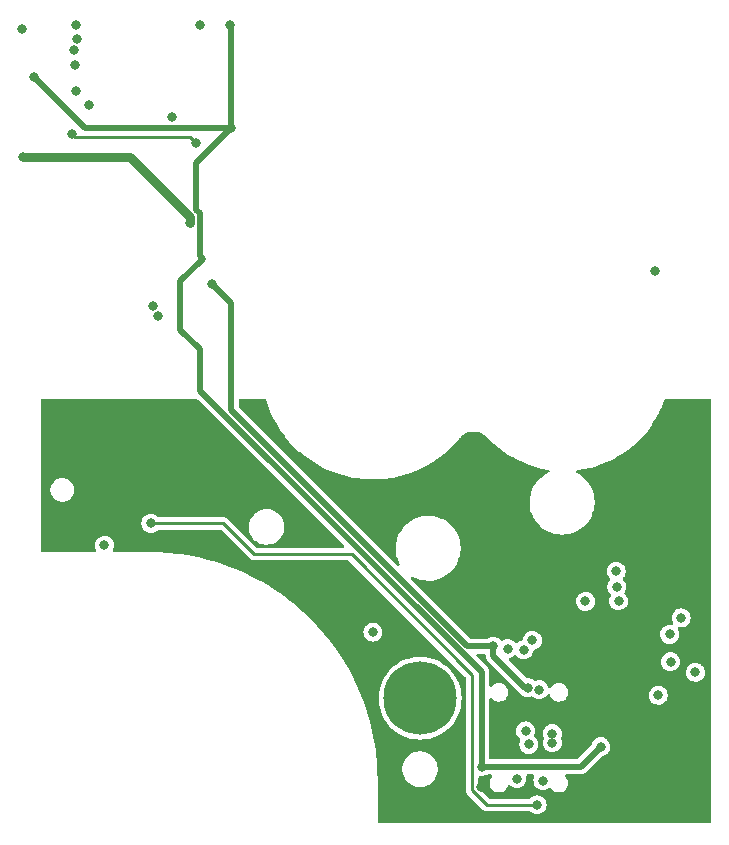
<source format=gbr>
G04 #@! TF.GenerationSoftware,KiCad,Pcbnew,6.0.11+dfsg-1~bpo11+1*
G04 #@! TF.CreationDate,2023-05-20T19:26:12-04:00*
G04 #@! TF.ProjectId,RUSP_Daughterboard,52555350-5f44-4617-9567-68746572626f,rev?*
G04 #@! TF.SameCoordinates,Original*
G04 #@! TF.FileFunction,Copper,L3,Inr*
G04 #@! TF.FilePolarity,Positive*
%FSLAX46Y46*%
G04 Gerber Fmt 4.6, Leading zero omitted, Abs format (unit mm)*
G04 Created by KiCad (PCBNEW 6.0.11+dfsg-1~bpo11+1) date 2023-05-20 19:26:12*
%MOMM*%
%LPD*%
G01*
G04 APERTURE LIST*
G04 #@! TA.AperFunction,ComponentPad*
%ADD10C,6.200000*%
G04 #@! TD*
G04 #@! TA.AperFunction,ViaPad*
%ADD11C,0.800000*%
G04 #@! TD*
G04 #@! TA.AperFunction,Conductor*
%ADD12C,0.750000*%
G04 #@! TD*
G04 #@! TA.AperFunction,Conductor*
%ADD13C,0.500000*%
G04 #@! TD*
G04 #@! TA.AperFunction,Conductor*
%ADD14C,0.250000*%
G04 #@! TD*
G04 APERTURE END LIST*
D10*
X154000000Y-128000000D03*
D11*
X159132660Y-135507340D03*
X124723699Y-73134294D03*
X133200000Y-111400000D03*
X120300000Y-71300000D03*
X134512299Y-87737701D03*
X176100000Y-126800000D03*
X132500000Y-103900000D03*
X165600000Y-123300000D03*
X148800000Y-123800000D03*
X160600000Y-130800000D03*
X172700000Y-126800000D03*
X130900000Y-110600000D03*
X127400000Y-112800000D03*
X123600000Y-112600000D03*
X150500000Y-110500000D03*
X151500000Y-110500000D03*
X120396006Y-82200000D03*
X174149991Y-127749991D03*
X162924500Y-130769253D03*
X161400000Y-123800000D03*
X175200000Y-124900000D03*
X163100633Y-127097547D03*
X160200000Y-123600000D03*
X177300000Y-125800000D03*
X136400000Y-92900000D03*
X138000000Y-79700000D03*
X121300000Y-75400000D03*
X169300000Y-132100000D03*
X159200000Y-133800000D03*
X137900000Y-71000000D03*
X170650000Y-118550000D03*
X124800000Y-74400000D03*
X124909034Y-72152125D03*
X170600000Y-117250000D03*
X133000000Y-78750000D03*
X164083366Y-127279866D03*
X124900000Y-76600000D03*
X170800000Y-119750000D03*
X126000000Y-77750000D03*
X168000000Y-119800000D03*
X163500000Y-123100000D03*
X176100000Y-121200000D03*
X164400000Y-134974990D03*
X127275000Y-115050000D03*
X163200000Y-131900000D03*
X163900000Y-137025010D03*
X131200000Y-113200000D03*
X150000000Y-122400000D03*
X162200000Y-134800000D03*
X124500000Y-80250000D03*
X135000000Y-81000000D03*
X135400000Y-71000000D03*
X124900000Y-71000000D03*
X165201292Y-131775010D03*
X131400000Y-94800000D03*
X131826000Y-95600000D03*
X165201292Y-131001292D03*
X173850000Y-91850000D03*
X162775000Y-123900000D03*
X175124500Y-122600000D03*
D12*
X134512299Y-87737701D02*
X134512299Y-87268299D01*
X129444000Y-82200000D02*
X120396006Y-82200000D01*
X134512299Y-87268299D02*
X129444000Y-82200000D01*
D13*
X162911547Y-127097547D02*
X163100633Y-127097547D01*
X138000000Y-94500000D02*
X138000000Y-103610756D01*
X157989244Y-123600000D02*
X160200000Y-123600000D01*
X160200000Y-123600000D02*
X160200000Y-124386000D01*
X136400000Y-92900000D02*
X138000000Y-94500000D01*
X160200000Y-124386000D02*
X162911547Y-127097547D01*
X138000000Y-103610756D02*
X157989244Y-123600000D01*
X135361810Y-98461810D02*
X135361810Y-101961810D01*
X138000000Y-79700000D02*
X138000000Y-71100000D01*
X135050000Y-86639952D02*
X135361810Y-86951762D01*
X167600000Y-133800000D02*
X169300000Y-132100000D01*
X135361810Y-86951762D02*
X135361810Y-90561810D01*
X133700000Y-92700000D02*
X133700000Y-96800000D01*
X135361810Y-90561810D02*
X135600000Y-90800000D01*
X159200000Y-125800000D02*
X159200000Y-133800000D01*
X133700000Y-96800000D02*
X135361810Y-98461810D01*
X135600000Y-90800000D02*
X133700000Y-92700000D01*
X125600000Y-79700000D02*
X138000000Y-79700000D01*
X135050000Y-82650000D02*
X135050000Y-86639952D01*
X121300000Y-75400000D02*
X125600000Y-79700000D01*
X159200000Y-133800000D02*
X167600000Y-133800000D01*
X138000000Y-71100000D02*
X137900000Y-71000000D01*
X138000000Y-79700000D02*
X135050000Y-82650000D01*
X135361810Y-101961810D02*
X159200000Y-125800000D01*
D14*
X158400000Y-126000000D02*
X158400000Y-135800000D01*
X137350000Y-113200000D02*
X139950000Y-115800000D01*
X159625010Y-137025010D02*
X163900000Y-137025010D01*
X148200000Y-115800000D02*
X158400000Y-126000000D01*
X131200000Y-113200000D02*
X137350000Y-113200000D01*
X139950000Y-115800000D02*
X148200000Y-115800000D01*
X158400000Y-135800000D02*
X159625010Y-137025010D01*
X135000000Y-81000000D02*
X134500000Y-80500000D01*
X134500000Y-80500000D02*
X124750000Y-80500000D01*
X124750000Y-80500000D02*
X124500000Y-80250000D01*
G04 #@! TA.AperFunction,Conductor*
G36*
X135125985Y-102650002D02*
G01*
X135146959Y-102666905D01*
X147539459Y-115059405D01*
X147573485Y-115121717D01*
X147568420Y-115192532D01*
X147525873Y-115249368D01*
X147459353Y-115274179D01*
X147450364Y-115274500D01*
X140219859Y-115274500D01*
X140151738Y-115254498D01*
X140130764Y-115237595D01*
X138498197Y-113605028D01*
X139498025Y-113605028D01*
X139535347Y-113848930D01*
X139612003Y-114083460D01*
X139725935Y-114302321D01*
X139729038Y-114306454D01*
X139729040Y-114306457D01*
X139745734Y-114328691D01*
X139874083Y-114499636D01*
X140052468Y-114670104D01*
X140056740Y-114673018D01*
X140056741Y-114673019D01*
X140084298Y-114691817D01*
X140256300Y-114809149D01*
X140352827Y-114853955D01*
X140475409Y-114910856D01*
X140475413Y-114910857D01*
X140480104Y-114913035D01*
X140717871Y-114978974D01*
X140723008Y-114979523D01*
X140915957Y-115000144D01*
X140915965Y-115000144D01*
X140919292Y-115000500D01*
X141062554Y-115000500D01*
X141065127Y-115000288D01*
X141065138Y-115000288D01*
X141240760Y-114985849D01*
X141240766Y-114985848D01*
X141245911Y-114985425D01*
X141485217Y-114925316D01*
X141711493Y-114826928D01*
X141918661Y-114692905D01*
X141926370Y-114685891D01*
X142007444Y-114612119D01*
X142101158Y-114526846D01*
X142104357Y-114522795D01*
X142104361Y-114522791D01*
X142250881Y-114337264D01*
X142250884Y-114337259D01*
X142254082Y-114333210D01*
X142259388Y-114323598D01*
X142370830Y-114121722D01*
X142370832Y-114121718D01*
X142373327Y-114117198D01*
X142385275Y-114083460D01*
X142453965Y-113889485D01*
X142453966Y-113889481D01*
X142455691Y-113884610D01*
X142462047Y-113848930D01*
X142498055Y-113646783D01*
X142498056Y-113646777D01*
X142498961Y-113641694D01*
X142500795Y-113491604D01*
X142501912Y-113400142D01*
X142501912Y-113400140D01*
X142501975Y-113394972D01*
X142464653Y-113151070D01*
X142387997Y-112916540D01*
X142274065Y-112697679D01*
X142268945Y-112690859D01*
X142129022Y-112504499D01*
X142129020Y-112504496D01*
X142125917Y-112500364D01*
X142015962Y-112395289D01*
X141951269Y-112333467D01*
X141951268Y-112333466D01*
X141947532Y-112329896D01*
X141919212Y-112310577D01*
X141747979Y-112193770D01*
X141747980Y-112193770D01*
X141743700Y-112190851D01*
X141571180Y-112110770D01*
X141524591Y-112089144D01*
X141524587Y-112089143D01*
X141519896Y-112086965D01*
X141282129Y-112021026D01*
X141267682Y-112019482D01*
X141084043Y-111999856D01*
X141084035Y-111999856D01*
X141080708Y-111999500D01*
X140937446Y-111999500D01*
X140934873Y-111999712D01*
X140934862Y-111999712D01*
X140759240Y-112014151D01*
X140759234Y-112014152D01*
X140754089Y-112014575D01*
X140514783Y-112074684D01*
X140288507Y-112173072D01*
X140081339Y-112307095D01*
X140077514Y-112310575D01*
X140077512Y-112310577D01*
X140056281Y-112329896D01*
X139898842Y-112473154D01*
X139895643Y-112477205D01*
X139895639Y-112477209D01*
X139749119Y-112662736D01*
X139749116Y-112662741D01*
X139745918Y-112666790D01*
X139743425Y-112671306D01*
X139743423Y-112671309D01*
X139634994Y-112867729D01*
X139626673Y-112882802D01*
X139624949Y-112887671D01*
X139624947Y-112887675D01*
X139554222Y-113087397D01*
X139544309Y-113115390D01*
X139543402Y-113120483D01*
X139543401Y-113120486D01*
X139504062Y-113341336D01*
X139501039Y-113358306D01*
X139500976Y-113363469D01*
X139498772Y-113543918D01*
X139498025Y-113605028D01*
X138498197Y-113605028D01*
X137731805Y-112838636D01*
X137728152Y-112834827D01*
X137693934Y-112797615D01*
X137688116Y-112791288D01*
X137653044Y-112769542D01*
X137643262Y-112762819D01*
X137617240Y-112743067D01*
X137610396Y-112737872D01*
X137602409Y-112734710D01*
X137602406Y-112734708D01*
X137597517Y-112732772D01*
X137577516Y-112722713D01*
X137565750Y-112715418D01*
X137526119Y-112703904D01*
X137514895Y-112700060D01*
X137484516Y-112688033D01*
X137484513Y-112688032D01*
X137476528Y-112684871D01*
X137467991Y-112683974D01*
X137467984Y-112683972D01*
X137462761Y-112683423D01*
X137440784Y-112679112D01*
X137433822Y-112677089D01*
X137433820Y-112677089D01*
X137427488Y-112675249D01*
X137420673Y-112674749D01*
X137419596Y-112674669D01*
X137419583Y-112674669D01*
X137417288Y-112674500D01*
X137384461Y-112674500D01*
X137371290Y-112673810D01*
X137333338Y-112669821D01*
X137324872Y-112671253D01*
X137324869Y-112671253D01*
X137316102Y-112672736D01*
X137295090Y-112674500D01*
X131858815Y-112674500D01*
X131790694Y-112654498D01*
X131769410Y-112637284D01*
X131709738Y-112577195D01*
X131709734Y-112577192D01*
X131704770Y-112572193D01*
X131696514Y-112566953D01*
X131598101Y-112504499D01*
X131553136Y-112475963D01*
X131523352Y-112465357D01*
X131390586Y-112418081D01*
X131390581Y-112418080D01*
X131383951Y-112415719D01*
X131376965Y-112414886D01*
X131376961Y-112414885D01*
X131249177Y-112399648D01*
X131205624Y-112394455D01*
X131198621Y-112395191D01*
X131198620Y-112395191D01*
X131034025Y-112412490D01*
X131034021Y-112412491D01*
X131027017Y-112413227D01*
X131020346Y-112415498D01*
X130863677Y-112468832D01*
X130863674Y-112468833D01*
X130857007Y-112471103D01*
X130851009Y-112474793D01*
X130851007Y-112474794D01*
X130815250Y-112496792D01*
X130704045Y-112565206D01*
X130699014Y-112570132D01*
X130699011Y-112570135D01*
X130691802Y-112577195D01*
X130575732Y-112690859D01*
X130571913Y-112696784D01*
X130571912Y-112696786D01*
X130482951Y-112834827D01*
X130478446Y-112841817D01*
X130476037Y-112848437D01*
X130476035Y-112848440D01*
X130461755Y-112887675D01*
X130417022Y-113010578D01*
X130394514Y-113188753D01*
X130395201Y-113195760D01*
X130395201Y-113195763D01*
X130401674Y-113261779D01*
X130412039Y-113367486D01*
X130414262Y-113374168D01*
X130414262Y-113374169D01*
X130451692Y-113486688D01*
X130468726Y-113537896D01*
X130472373Y-113543918D01*
X130531846Y-113642119D01*
X130561759Y-113691512D01*
X130566648Y-113696575D01*
X130566649Y-113696576D01*
X130585946Y-113716558D01*
X130686514Y-113820699D01*
X130836789Y-113919036D01*
X131005116Y-113981636D01*
X131012097Y-113982567D01*
X131012099Y-113982568D01*
X131176149Y-114004457D01*
X131176153Y-114004457D01*
X131183130Y-114005388D01*
X131190142Y-114004750D01*
X131190146Y-114004750D01*
X131354960Y-113989751D01*
X131354961Y-113989751D01*
X131361981Y-113989112D01*
X131532782Y-113933615D01*
X131563714Y-113915176D01*
X131680992Y-113845265D01*
X131680994Y-113845264D01*
X131687044Y-113841657D01*
X131772525Y-113760254D01*
X131835651Y-113727762D01*
X131859418Y-113725500D01*
X137080141Y-113725500D01*
X137148262Y-113745502D01*
X137169236Y-113762405D01*
X139568195Y-116161364D01*
X139571848Y-116165173D01*
X139611884Y-116208712D01*
X139619184Y-116213238D01*
X139619185Y-116213239D01*
X139646960Y-116230460D01*
X139656730Y-116237174D01*
X139689604Y-116262127D01*
X139702474Y-116267222D01*
X139722482Y-116277286D01*
X139734250Y-116284582D01*
X139742493Y-116286977D01*
X139742500Y-116286980D01*
X139773893Y-116296101D01*
X139785120Y-116299945D01*
X139815487Y-116311968D01*
X139815489Y-116311969D01*
X139823472Y-116315129D01*
X139832009Y-116316026D01*
X139832016Y-116316028D01*
X139837239Y-116316577D01*
X139859216Y-116320888D01*
X139866178Y-116322911D01*
X139866180Y-116322911D01*
X139872512Y-116324751D01*
X139879327Y-116325251D01*
X139880404Y-116325331D01*
X139880417Y-116325331D01*
X139882712Y-116325500D01*
X139915538Y-116325500D01*
X139928709Y-116326190D01*
X139966661Y-116330179D01*
X139975127Y-116328747D01*
X139975130Y-116328747D01*
X139983897Y-116327264D01*
X140004909Y-116325500D01*
X147930141Y-116325500D01*
X147998262Y-116345502D01*
X148019236Y-116362405D01*
X157837595Y-126180765D01*
X157871621Y-126243077D01*
X157874500Y-126269860D01*
X157874500Y-135785565D01*
X157874389Y-135790841D01*
X157871913Y-135849919D01*
X157881337Y-135890097D01*
X157883500Y-135901770D01*
X157889099Y-135942646D01*
X157892510Y-135950527D01*
X157892510Y-135950529D01*
X157894595Y-135955347D01*
X157901627Y-135976610D01*
X157902540Y-135980500D01*
X157904790Y-135990093D01*
X157924681Y-136026275D01*
X157929888Y-136036905D01*
X157946280Y-136074783D01*
X157951686Y-136081459D01*
X157951687Y-136081461D01*
X157954992Y-136085542D01*
X157967480Y-136104126D01*
X157974153Y-136116263D01*
X157980836Y-136124005D01*
X158004040Y-136147209D01*
X158012865Y-136157009D01*
X158036888Y-136186675D01*
X158051144Y-136196806D01*
X158067244Y-136210413D01*
X159243205Y-137386374D01*
X159246858Y-137390183D01*
X159286894Y-137433722D01*
X159321978Y-137455475D01*
X159331746Y-137462189D01*
X159364615Y-137487138D01*
X159372596Y-137490298D01*
X159372598Y-137490299D01*
X159377484Y-137492233D01*
X159397500Y-137502301D01*
X159409260Y-137509592D01*
X159417504Y-137511987D01*
X159417506Y-137511988D01*
X159448884Y-137521104D01*
X159460113Y-137524949D01*
X159490496Y-137536978D01*
X159490498Y-137536978D01*
X159498483Y-137540140D01*
X159512108Y-137541572D01*
X159512252Y-137541587D01*
X159534232Y-137545900D01*
X159547522Y-137549761D01*
X159554103Y-137550244D01*
X159554107Y-137550245D01*
X159555414Y-137550341D01*
X159555427Y-137550341D01*
X159557722Y-137550510D01*
X159590539Y-137550510D01*
X159603710Y-137551200D01*
X159641672Y-137555190D01*
X159650144Y-137553757D01*
X159650145Y-137553757D01*
X159658906Y-137552275D01*
X159679919Y-137550510D01*
X163241097Y-137550510D01*
X163309218Y-137570512D01*
X163331734Y-137588983D01*
X163386514Y-137645709D01*
X163536789Y-137744046D01*
X163705116Y-137806646D01*
X163712097Y-137807577D01*
X163712099Y-137807578D01*
X163876149Y-137829467D01*
X163876153Y-137829467D01*
X163883130Y-137830398D01*
X163890142Y-137829760D01*
X163890146Y-137829760D01*
X164054960Y-137814761D01*
X164054961Y-137814761D01*
X164061981Y-137814122D01*
X164232782Y-137758625D01*
X164263714Y-137740186D01*
X164380992Y-137670275D01*
X164380994Y-137670274D01*
X164387044Y-137666667D01*
X164517099Y-137542817D01*
X164528971Y-137524949D01*
X164586574Y-137438249D01*
X164616483Y-137393232D01*
X164631168Y-137354574D01*
X164677757Y-137231929D01*
X164677758Y-137231924D01*
X164680257Y-137225346D01*
X164705251Y-137047503D01*
X164705565Y-137025010D01*
X164685546Y-136846538D01*
X164626485Y-136676937D01*
X164531316Y-136524635D01*
X164467771Y-136460645D01*
X164409733Y-136402200D01*
X164409729Y-136402197D01*
X164404770Y-136397203D01*
X164393761Y-136390216D01*
X164346860Y-136360452D01*
X164253136Y-136300973D01*
X164223352Y-136290367D01*
X164090586Y-136243091D01*
X164090581Y-136243090D01*
X164083951Y-136240729D01*
X164076965Y-136239896D01*
X164076961Y-136239895D01*
X163949177Y-136224658D01*
X163905624Y-136219465D01*
X163898621Y-136220201D01*
X163898620Y-136220201D01*
X163734025Y-136237500D01*
X163734021Y-136237501D01*
X163727017Y-136238237D01*
X163720346Y-136240508D01*
X163563677Y-136293842D01*
X163563674Y-136293843D01*
X163557007Y-136296113D01*
X163551009Y-136299803D01*
X163551007Y-136299804D01*
X163480526Y-136343164D01*
X163404045Y-136390216D01*
X163329173Y-136463536D01*
X163266510Y-136496904D01*
X163241018Y-136499510D01*
X159894871Y-136499510D01*
X159826750Y-136479508D01*
X159805776Y-136462606D01*
X158962405Y-135619236D01*
X158928380Y-135556923D01*
X158925500Y-135530140D01*
X158925500Y-134714941D01*
X158945502Y-134646820D01*
X158999158Y-134600327D01*
X159068163Y-134590048D01*
X159132713Y-134598661D01*
X159176150Y-134604457D01*
X159176153Y-134604457D01*
X159183130Y-134605388D01*
X159190142Y-134604750D01*
X159190146Y-134604750D01*
X159354960Y-134589751D01*
X159354961Y-134589751D01*
X159361981Y-134589112D01*
X159532782Y-134533615D01*
X159538833Y-134530008D01*
X159642399Y-134468271D01*
X159706916Y-134450500D01*
X160001323Y-134450500D01*
X160069444Y-134470502D01*
X160115937Y-134524158D01*
X160126041Y-134594432D01*
X160096547Y-134659012D01*
X160090111Y-134665901D01*
X160047878Y-134707841D01*
X159954052Y-134855686D01*
X159951687Y-134862328D01*
X159901522Y-135003208D01*
X159895313Y-135020644D01*
X159894480Y-135027630D01*
X159894479Y-135027634D01*
X159881621Y-135135466D01*
X159874580Y-135194517D01*
X159875316Y-135201519D01*
X159875316Y-135201521D01*
X159887733Y-135319652D01*
X159892884Y-135368662D01*
X159895153Y-135375326D01*
X159944912Y-135521492D01*
X159949314Y-135534424D01*
X159953004Y-135540422D01*
X159953005Y-135540424D01*
X160005878Y-135626367D01*
X160041066Y-135683565D01*
X160054343Y-135697123D01*
X160146119Y-135790841D01*
X160163580Y-135808672D01*
X160310766Y-135903527D01*
X160317389Y-135905938D01*
X160317392Y-135905939D01*
X160468687Y-135961006D01*
X160468692Y-135961007D01*
X160475310Y-135963416D01*
X160610547Y-135980500D01*
X160704031Y-135980500D01*
X160834013Y-135965920D01*
X160840666Y-135963603D01*
X160840667Y-135963603D01*
X160925284Y-135934136D01*
X160999377Y-135908334D01*
X161147874Y-135815543D01*
X161255561Y-135708605D01*
X161267124Y-135697123D01*
X161267127Y-135697119D01*
X161272122Y-135692159D01*
X161365948Y-135544314D01*
X161380017Y-135504803D01*
X161416298Y-135402916D01*
X161457992Y-135345452D01*
X161524135Y-135319652D01*
X161593727Y-135333707D01*
X161625633Y-135357655D01*
X161686514Y-135420699D01*
X161836789Y-135519036D01*
X162005116Y-135581636D01*
X162012097Y-135582567D01*
X162012099Y-135582568D01*
X162176149Y-135604457D01*
X162176153Y-135604457D01*
X162183130Y-135605388D01*
X162190142Y-135604750D01*
X162190146Y-135604750D01*
X162354960Y-135589751D01*
X162354961Y-135589751D01*
X162361981Y-135589112D01*
X162532782Y-135533615D01*
X162563714Y-135515176D01*
X162680992Y-135445265D01*
X162680994Y-135445264D01*
X162687044Y-135441657D01*
X162817099Y-135317807D01*
X162822852Y-135309149D01*
X162896380Y-135198479D01*
X162916483Y-135168222D01*
X162964645Y-135041436D01*
X162977757Y-135006919D01*
X162977758Y-135006914D01*
X162980257Y-135000336D01*
X162999653Y-134862328D01*
X163004700Y-134826416D01*
X163004700Y-134826411D01*
X163005251Y-134822493D01*
X163005565Y-134800000D01*
X162985546Y-134621528D01*
X162983229Y-134614874D01*
X162981669Y-134608009D01*
X162983782Y-134607529D01*
X162980778Y-134547042D01*
X163016152Y-134485486D01*
X163079190Y-134452825D01*
X163103286Y-134450500D01*
X163559030Y-134450500D01*
X163627151Y-134470502D01*
X163673644Y-134524158D01*
X163683748Y-134594432D01*
X163677431Y-134619594D01*
X163619433Y-134778941D01*
X163619431Y-134778949D01*
X163617022Y-134785568D01*
X163594514Y-134963743D01*
X163595201Y-134970750D01*
X163595201Y-134970753D01*
X163601828Y-135038338D01*
X163612039Y-135142476D01*
X163614262Y-135149158D01*
X163614262Y-135149159D01*
X163635325Y-135212476D01*
X163668726Y-135312886D01*
X163672373Y-135318908D01*
X163728059Y-135410856D01*
X163761759Y-135466502D01*
X163766648Y-135471565D01*
X163766649Y-135471566D01*
X163842648Y-135550265D01*
X163886514Y-135595689D01*
X164036789Y-135694026D01*
X164205116Y-135756626D01*
X164212097Y-135757557D01*
X164212099Y-135757558D01*
X164376149Y-135779447D01*
X164376153Y-135779447D01*
X164383130Y-135780378D01*
X164390142Y-135779740D01*
X164390146Y-135779740D01*
X164554960Y-135764741D01*
X164554961Y-135764741D01*
X164561981Y-135764102D01*
X164732782Y-135708605D01*
X164738833Y-135704998D01*
X164880992Y-135620255D01*
X164880994Y-135620254D01*
X164887044Y-135616647D01*
X164892143Y-135611791D01*
X164892150Y-135611786D01*
X164895974Y-135608144D01*
X164959098Y-135575651D01*
X165029769Y-135582444D01*
X165085549Y-135626367D01*
X165090184Y-135633367D01*
X165121066Y-135683565D01*
X165134343Y-135697123D01*
X165226119Y-135790841D01*
X165243580Y-135808672D01*
X165390766Y-135903527D01*
X165397389Y-135905938D01*
X165397392Y-135905939D01*
X165548687Y-135961006D01*
X165548692Y-135961007D01*
X165555310Y-135963416D01*
X165690547Y-135980500D01*
X165784031Y-135980500D01*
X165914013Y-135965920D01*
X165920666Y-135963603D01*
X165920667Y-135963603D01*
X166005284Y-135934136D01*
X166079377Y-135908334D01*
X166227874Y-135815543D01*
X166335561Y-135708605D01*
X166347124Y-135697123D01*
X166347127Y-135697119D01*
X166352122Y-135692159D01*
X166445948Y-135544314D01*
X166464533Y-135492122D01*
X166502325Y-135385990D01*
X166502326Y-135385988D01*
X166504687Y-135379356D01*
X166505963Y-135368662D01*
X166524586Y-135212476D01*
X166525420Y-135205483D01*
X166524393Y-135195715D01*
X166507852Y-135038338D01*
X166507852Y-135038336D01*
X166507116Y-135031338D01*
X166450686Y-134865576D01*
X166440941Y-134849735D01*
X166362625Y-134722434D01*
X166362623Y-134722432D01*
X166358934Y-134716435D01*
X166308230Y-134664658D01*
X166274859Y-134601993D01*
X166280665Y-134531234D01*
X166323804Y-134474847D01*
X166390581Y-134450734D01*
X166398253Y-134450500D01*
X167519000Y-134450500D01*
X167530640Y-134451049D01*
X167538296Y-134452760D01*
X167546219Y-134452511D01*
X167608230Y-134450562D01*
X167612188Y-134450500D01*
X167640925Y-134450500D01*
X167645196Y-134449961D01*
X167657024Y-134449029D01*
X167702569Y-134447597D01*
X167710183Y-134445385D01*
X167710188Y-134445384D01*
X167722792Y-134441722D01*
X167742156Y-134437711D01*
X167763058Y-134435071D01*
X167770429Y-134432152D01*
X167770431Y-134432152D01*
X167805420Y-134418298D01*
X167816631Y-134414459D01*
X167860398Y-134401744D01*
X167878536Y-134391018D01*
X167896281Y-134382324D01*
X167915871Y-134374568D01*
X167952738Y-134347782D01*
X167962646Y-134341275D01*
X167995042Y-134322117D01*
X167995047Y-134322113D01*
X168001865Y-134318081D01*
X168016758Y-134303188D01*
X168031792Y-134290347D01*
X168042423Y-134282623D01*
X168048837Y-134277963D01*
X168077880Y-134242856D01*
X168085869Y-134234077D01*
X169397067Y-132922879D01*
X169459328Y-132889353D01*
X169461981Y-132889112D01*
X169632782Y-132833615D01*
X169681984Y-132804285D01*
X169780992Y-132745265D01*
X169780994Y-132745264D01*
X169787044Y-132741657D01*
X169917099Y-132617807D01*
X169937591Y-132586965D01*
X169984850Y-132515834D01*
X170016483Y-132468222D01*
X170044028Y-132395709D01*
X170077757Y-132306919D01*
X170077758Y-132306914D01*
X170080257Y-132300336D01*
X170088186Y-132243918D01*
X170104700Y-132126416D01*
X170104700Y-132126411D01*
X170105251Y-132122493D01*
X170105403Y-132111576D01*
X170105510Y-132103963D01*
X170105510Y-132103958D01*
X170105565Y-132100000D01*
X170085546Y-131921528D01*
X170079427Y-131903955D01*
X170028803Y-131758584D01*
X170026485Y-131751927D01*
X169931316Y-131599625D01*
X169837479Y-131505131D01*
X169809733Y-131477190D01*
X169809729Y-131477187D01*
X169804770Y-131472193D01*
X169795069Y-131466036D01*
X169717527Y-131416827D01*
X169653136Y-131375963D01*
X169623352Y-131365357D01*
X169490586Y-131318081D01*
X169490581Y-131318080D01*
X169483951Y-131315719D01*
X169476965Y-131314886D01*
X169476961Y-131314885D01*
X169349177Y-131299648D01*
X169305624Y-131294455D01*
X169298621Y-131295191D01*
X169298620Y-131295191D01*
X169134025Y-131312490D01*
X169134021Y-131312491D01*
X169127017Y-131313227D01*
X169120346Y-131315498D01*
X168963677Y-131368832D01*
X168963674Y-131368833D01*
X168957007Y-131371103D01*
X168951009Y-131374793D01*
X168951007Y-131374794D01*
X168900935Y-131405599D01*
X168804045Y-131465206D01*
X168799014Y-131470132D01*
X168799011Y-131470135D01*
X168736883Y-131530976D01*
X168675732Y-131590859D01*
X168671913Y-131596784D01*
X168671912Y-131596786D01*
X168650290Y-131630337D01*
X168578446Y-131741817D01*
X168576037Y-131748437D01*
X168576035Y-131748440D01*
X168558178Y-131797503D01*
X168517022Y-131910578D01*
X168516139Y-131917567D01*
X168516137Y-131917576D01*
X168514843Y-131927820D01*
X168486461Y-131992896D01*
X168478932Y-132001122D01*
X167367459Y-133112595D01*
X167305147Y-133146621D01*
X167278364Y-133149500D01*
X159976500Y-133149500D01*
X159908379Y-133129498D01*
X159861886Y-133075842D01*
X159850500Y-133023500D01*
X159850500Y-130758006D01*
X162119014Y-130758006D01*
X162119701Y-130765013D01*
X162119701Y-130765016D01*
X162123128Y-130799964D01*
X162136539Y-130936739D01*
X162138762Y-130943421D01*
X162138762Y-130943422D01*
X162158013Y-131001292D01*
X162193226Y-131107149D01*
X162196873Y-131113171D01*
X162254431Y-131208210D01*
X162286259Y-131260765D01*
X162291148Y-131265828D01*
X162291149Y-131265829D01*
X162336209Y-131312490D01*
X162411014Y-131389952D01*
X162426554Y-131400121D01*
X162472601Y-131454158D01*
X162482124Y-131524513D01*
X162475960Y-131548646D01*
X162419433Y-131703952D01*
X162419432Y-131703957D01*
X162417022Y-131710578D01*
X162394514Y-131888753D01*
X162395201Y-131895760D01*
X162395201Y-131895763D01*
X162400439Y-131949179D01*
X162412039Y-132067486D01*
X162414262Y-132074168D01*
X162414262Y-132074169D01*
X162422967Y-132100336D01*
X162468726Y-132237896D01*
X162472373Y-132243918D01*
X162502319Y-132293364D01*
X162561759Y-132391512D01*
X162566648Y-132396575D01*
X162566649Y-132396576D01*
X162581482Y-132411936D01*
X162686514Y-132520699D01*
X162836789Y-132619036D01*
X163005116Y-132681636D01*
X163012097Y-132682567D01*
X163012099Y-132682568D01*
X163176149Y-132704457D01*
X163176153Y-132704457D01*
X163183130Y-132705388D01*
X163190142Y-132704750D01*
X163190146Y-132704750D01*
X163354960Y-132689751D01*
X163354961Y-132689751D01*
X163361981Y-132689112D01*
X163532782Y-132633615D01*
X163557239Y-132619036D01*
X163680992Y-132545265D01*
X163680994Y-132545264D01*
X163687044Y-132541657D01*
X163817099Y-132417807D01*
X163834570Y-132391512D01*
X163890773Y-132306919D01*
X163916483Y-132268222D01*
X163931168Y-132229564D01*
X163977757Y-132106919D01*
X163977758Y-132106914D01*
X163980257Y-132100336D01*
X164004403Y-131928527D01*
X164004700Y-131926416D01*
X164004700Y-131926411D01*
X164005251Y-131922493D01*
X164005565Y-131900000D01*
X163990283Y-131763763D01*
X164395806Y-131763763D01*
X164396493Y-131770770D01*
X164396493Y-131770773D01*
X164397297Y-131778973D01*
X164413331Y-131942496D01*
X164415554Y-131949178D01*
X164415554Y-131949179D01*
X164465837Y-132100336D01*
X164470018Y-132112906D01*
X164473665Y-132118928D01*
X164549362Y-132243918D01*
X164563051Y-132266522D01*
X164687806Y-132395709D01*
X164838081Y-132494046D01*
X165006408Y-132556646D01*
X165013389Y-132557577D01*
X165013391Y-132557578D01*
X165177441Y-132579467D01*
X165177445Y-132579467D01*
X165184422Y-132580398D01*
X165191434Y-132579760D01*
X165191438Y-132579760D01*
X165356252Y-132564761D01*
X165356253Y-132564761D01*
X165363273Y-132564122D01*
X165534074Y-132508625D01*
X165549026Y-132499712D01*
X165682284Y-132420275D01*
X165682286Y-132420274D01*
X165688336Y-132416667D01*
X165818391Y-132292817D01*
X165835862Y-132266522D01*
X165913874Y-132149103D01*
X165917775Y-132143232D01*
X165971758Y-132001122D01*
X165979049Y-131981929D01*
X165979050Y-131981924D01*
X165981549Y-131975346D01*
X165990048Y-131914874D01*
X166005992Y-131801426D01*
X166005992Y-131801421D01*
X166006543Y-131797503D01*
X166006857Y-131775010D01*
X165986838Y-131596538D01*
X165980719Y-131578965D01*
X165927777Y-131426937D01*
X165930767Y-131425896D01*
X165921572Y-131369642D01*
X165928823Y-131340429D01*
X165929295Y-131339188D01*
X165981549Y-131201628D01*
X165990565Y-131137475D01*
X166005992Y-131027708D01*
X166005992Y-131027703D01*
X166006543Y-131023785D01*
X166006857Y-131001292D01*
X165986838Y-130822820D01*
X165980719Y-130805247D01*
X165930095Y-130659876D01*
X165927777Y-130653219D01*
X165898918Y-130607034D01*
X165836341Y-130506891D01*
X165832608Y-130500917D01*
X165760036Y-130427837D01*
X165711025Y-130378482D01*
X165711021Y-130378479D01*
X165706062Y-130373485D01*
X165695053Y-130366498D01*
X165648152Y-130336734D01*
X165554428Y-130277255D01*
X165506285Y-130260112D01*
X165391878Y-130219373D01*
X165391873Y-130219372D01*
X165385243Y-130217011D01*
X165378257Y-130216178D01*
X165378253Y-130216177D01*
X165250469Y-130200940D01*
X165206916Y-130195747D01*
X165199913Y-130196483D01*
X165199912Y-130196483D01*
X165035317Y-130213782D01*
X165035313Y-130213783D01*
X165028309Y-130214519D01*
X165021638Y-130216790D01*
X164864969Y-130270124D01*
X164864966Y-130270125D01*
X164858299Y-130272395D01*
X164852301Y-130276085D01*
X164852299Y-130276086D01*
X164781818Y-130319447D01*
X164705337Y-130366498D01*
X164700306Y-130371424D01*
X164700303Y-130371427D01*
X164693099Y-130378482D01*
X164577024Y-130492151D01*
X164573205Y-130498076D01*
X164573204Y-130498078D01*
X164505841Y-130602605D01*
X164479738Y-130643109D01*
X164418314Y-130811870D01*
X164395806Y-130990045D01*
X164396493Y-130997052D01*
X164396493Y-130997055D01*
X164397297Y-131005255D01*
X164413331Y-131168778D01*
X164470018Y-131339188D01*
X164470243Y-131339559D01*
X164480276Y-131407200D01*
X164473882Y-131432917D01*
X164418314Y-131585588D01*
X164395806Y-131763763D01*
X163990283Y-131763763D01*
X163985546Y-131721528D01*
X163979426Y-131703952D01*
X163953790Y-131630337D01*
X163926485Y-131551927D01*
X163885461Y-131486274D01*
X163835049Y-131405599D01*
X163831316Y-131399625D01*
X163750339Y-131318081D01*
X163709733Y-131277190D01*
X163709729Y-131277187D01*
X163704770Y-131272193D01*
X163698823Y-131268419D01*
X163693334Y-131264006D01*
X163694126Y-131263020D01*
X163652106Y-131215083D01*
X163641601Y-131144868D01*
X163648631Y-131117343D01*
X163702256Y-130976175D01*
X163702258Y-130976169D01*
X163704757Y-130969589D01*
X163719987Y-130861222D01*
X163729200Y-130795669D01*
X163729200Y-130795664D01*
X163729751Y-130791746D01*
X163730065Y-130769253D01*
X163710046Y-130590781D01*
X163703927Y-130573208D01*
X163653303Y-130427837D01*
X163650985Y-130421180D01*
X163614510Y-130362807D01*
X163559549Y-130274852D01*
X163555816Y-130268878D01*
X163483924Y-130196483D01*
X163434233Y-130146443D01*
X163434229Y-130146440D01*
X163429270Y-130141446D01*
X163418261Y-130134459D01*
X163371360Y-130104695D01*
X163277636Y-130045216D01*
X163247852Y-130034610D01*
X163115086Y-129987334D01*
X163115081Y-129987333D01*
X163108451Y-129984972D01*
X163101465Y-129984139D01*
X163101461Y-129984138D01*
X162973677Y-129968901D01*
X162930124Y-129963708D01*
X162923121Y-129964444D01*
X162923120Y-129964444D01*
X162758525Y-129981743D01*
X162758521Y-129981744D01*
X162751517Y-129982480D01*
X162744846Y-129984751D01*
X162588177Y-130038085D01*
X162588174Y-130038086D01*
X162581507Y-130040356D01*
X162575509Y-130044046D01*
X162575507Y-130044047D01*
X162562827Y-130051848D01*
X162428545Y-130134459D01*
X162423514Y-130139385D01*
X162423511Y-130139388D01*
X162416307Y-130146443D01*
X162300232Y-130260112D01*
X162296413Y-130266037D01*
X162296412Y-130266039D01*
X162206765Y-130405144D01*
X162202946Y-130411070D01*
X162141522Y-130579831D01*
X162119014Y-130758006D01*
X159850500Y-130758006D01*
X159850500Y-128097719D01*
X159870502Y-128029598D01*
X159924158Y-127983105D01*
X159994432Y-127973001D01*
X160059012Y-128002495D01*
X160066523Y-128009561D01*
X160140023Y-128084616D01*
X160163580Y-128108672D01*
X160310766Y-128203527D01*
X160317389Y-128205938D01*
X160317392Y-128205939D01*
X160468687Y-128261006D01*
X160468692Y-128261007D01*
X160475310Y-128263416D01*
X160610547Y-128280500D01*
X160704031Y-128280500D01*
X160834013Y-128265920D01*
X160840666Y-128263603D01*
X160840667Y-128263603D01*
X160908059Y-128240134D01*
X160999377Y-128208334D01*
X161147874Y-128115543D01*
X161234421Y-128029598D01*
X161267124Y-127997123D01*
X161267127Y-127997119D01*
X161272122Y-127992159D01*
X161365948Y-127844314D01*
X161418712Y-127696137D01*
X161422325Y-127685990D01*
X161422326Y-127685988D01*
X161424687Y-127679356D01*
X161425576Y-127671907D01*
X161444586Y-127512476D01*
X161445420Y-127505483D01*
X161444684Y-127498479D01*
X161427852Y-127338338D01*
X161427852Y-127338336D01*
X161427116Y-127331338D01*
X161370686Y-127165576D01*
X161356001Y-127141706D01*
X161282625Y-127022434D01*
X161282623Y-127022432D01*
X161278934Y-127016435D01*
X161174411Y-126909700D01*
X161161348Y-126896360D01*
X161161347Y-126896359D01*
X161156420Y-126891328D01*
X161009234Y-126796473D01*
X161002611Y-126794062D01*
X161002608Y-126794061D01*
X160851313Y-126738994D01*
X160851308Y-126738993D01*
X160844690Y-126736584D01*
X160709453Y-126719500D01*
X160615969Y-126719500D01*
X160485987Y-126734080D01*
X160479334Y-126736397D01*
X160479333Y-126736397D01*
X160471876Y-126738994D01*
X160320623Y-126791666D01*
X160172126Y-126884457D01*
X160079633Y-126976307D01*
X160065284Y-126990556D01*
X160002853Y-127024363D01*
X159932056Y-127019051D01*
X159875369Y-126976307D01*
X159850790Y-126909700D01*
X159850500Y-126901150D01*
X159850500Y-125881001D01*
X159851049Y-125869360D01*
X159852760Y-125861704D01*
X159850562Y-125791756D01*
X159850500Y-125787799D01*
X159850500Y-125759075D01*
X159849962Y-125754812D01*
X159849029Y-125742973D01*
X159847847Y-125705357D01*
X159847598Y-125697431D01*
X159841719Y-125677193D01*
X159837711Y-125657839D01*
X159836065Y-125644808D01*
X159836065Y-125644806D01*
X159835071Y-125636942D01*
X159828954Y-125621492D01*
X159818301Y-125594584D01*
X159814456Y-125583354D01*
X159803956Y-125547212D01*
X159803956Y-125547211D01*
X159801745Y-125539602D01*
X159797712Y-125532783D01*
X159797710Y-125532778D01*
X159791020Y-125521467D01*
X159782320Y-125503708D01*
X159777488Y-125491504D01*
X159774568Y-125484129D01*
X159747791Y-125447273D01*
X159741275Y-125437353D01*
X159722119Y-125404963D01*
X159718081Y-125398135D01*
X159703188Y-125383242D01*
X159690347Y-125368208D01*
X159682623Y-125357577D01*
X159677963Y-125351163D01*
X159642856Y-125322120D01*
X159634077Y-125314131D01*
X158785541Y-124465595D01*
X158751515Y-124403283D01*
X158756580Y-124332468D01*
X158799127Y-124275632D01*
X158865647Y-124250821D01*
X158874636Y-124250500D01*
X159422818Y-124250500D01*
X159490939Y-124270502D01*
X159537432Y-124324158D01*
X159548756Y-124372540D01*
X159549438Y-124394228D01*
X159549500Y-124398188D01*
X159549500Y-124426925D01*
X159549995Y-124430842D01*
X159550039Y-124431191D01*
X159550971Y-124443024D01*
X159552403Y-124488569D01*
X159554615Y-124496183D01*
X159554616Y-124496188D01*
X159558278Y-124508792D01*
X159562289Y-124528156D01*
X159564929Y-124549058D01*
X159567848Y-124556429D01*
X159567848Y-124556431D01*
X159581702Y-124591420D01*
X159585541Y-124602631D01*
X159598256Y-124646398D01*
X159606281Y-124659968D01*
X159608981Y-124664533D01*
X159617676Y-124682281D01*
X159625432Y-124701871D01*
X159652218Y-124738738D01*
X159658725Y-124748646D01*
X159677883Y-124781042D01*
X159677887Y-124781047D01*
X159681919Y-124787865D01*
X159696812Y-124802758D01*
X159709653Y-124817792D01*
X159722037Y-124834837D01*
X159728145Y-124839890D01*
X159757143Y-124863879D01*
X159765923Y-124871869D01*
X162394299Y-127500245D01*
X162402141Y-127508862D01*
X162406345Y-127515487D01*
X162412123Y-127520913D01*
X162412124Y-127520914D01*
X162420405Y-127528690D01*
X162441929Y-127555270D01*
X162454036Y-127575261D01*
X162462392Y-127589059D01*
X162467281Y-127594122D01*
X162467282Y-127594123D01*
X162505401Y-127633596D01*
X162587147Y-127718246D01*
X162737422Y-127816583D01*
X162905749Y-127879183D01*
X162912730Y-127880114D01*
X162912732Y-127880115D01*
X163076782Y-127902004D01*
X163076786Y-127902004D01*
X163083763Y-127902935D01*
X163090775Y-127902297D01*
X163090779Y-127902297D01*
X163255593Y-127887298D01*
X163255594Y-127887298D01*
X163262614Y-127886659D01*
X163411395Y-127838317D01*
X163482360Y-127836289D01*
X163540965Y-127870623D01*
X163553204Y-127883296D01*
X163569880Y-127900565D01*
X163720155Y-127998902D01*
X163888482Y-128061502D01*
X163895463Y-128062433D01*
X163895465Y-128062434D01*
X164059515Y-128084323D01*
X164059519Y-128084323D01*
X164066496Y-128085254D01*
X164073508Y-128084616D01*
X164073512Y-128084616D01*
X164238326Y-128069617D01*
X164238327Y-128069617D01*
X164245347Y-128068978D01*
X164416148Y-128013481D01*
X164433225Y-128003301D01*
X164564358Y-127925131D01*
X164564360Y-127925130D01*
X164570410Y-127921523D01*
X164700465Y-127797673D01*
X164767926Y-127696136D01*
X164822282Y-127650467D01*
X164892702Y-127641434D01*
X164956826Y-127671907D01*
X164992151Y-127725258D01*
X165029314Y-127834424D01*
X165033004Y-127840422D01*
X165033005Y-127840424D01*
X165104668Y-127956910D01*
X165121066Y-127983565D01*
X165138490Y-128001358D01*
X165220023Y-128084616D01*
X165243580Y-128108672D01*
X165390766Y-128203527D01*
X165397389Y-128205938D01*
X165397392Y-128205939D01*
X165548687Y-128261006D01*
X165548692Y-128261007D01*
X165555310Y-128263416D01*
X165690547Y-128280500D01*
X165784031Y-128280500D01*
X165914013Y-128265920D01*
X165920666Y-128263603D01*
X165920667Y-128263603D01*
X165988059Y-128240134D01*
X166079377Y-128208334D01*
X166227874Y-128115543D01*
X166314421Y-128029598D01*
X166347124Y-127997123D01*
X166347127Y-127997119D01*
X166352122Y-127992159D01*
X166445948Y-127844314D01*
X166483540Y-127738744D01*
X173344505Y-127738744D01*
X173345192Y-127745751D01*
X173345192Y-127745754D01*
X173345996Y-127753954D01*
X173362030Y-127917477D01*
X173364253Y-127924159D01*
X173364253Y-127924160D01*
X173372958Y-127950327D01*
X173418717Y-128087887D01*
X173422364Y-128093909D01*
X173490212Y-128205939D01*
X173511750Y-128241503D01*
X173516639Y-128246566D01*
X173516640Y-128246567D01*
X173549409Y-128280500D01*
X173636505Y-128370690D01*
X173786780Y-128469027D01*
X173955107Y-128531627D01*
X173962088Y-128532558D01*
X173962090Y-128532559D01*
X174126140Y-128554448D01*
X174126144Y-128554448D01*
X174133121Y-128555379D01*
X174140133Y-128554741D01*
X174140137Y-128554741D01*
X174304951Y-128539742D01*
X174304952Y-128539742D01*
X174311972Y-128539103D01*
X174482773Y-128483606D01*
X174513705Y-128465167D01*
X174630983Y-128395256D01*
X174630985Y-128395255D01*
X174637035Y-128391648D01*
X174767090Y-128267798D01*
X174784561Y-128241503D01*
X174862573Y-128124084D01*
X174866474Y-128118213D01*
X174886004Y-128066800D01*
X174927748Y-127956910D01*
X174927749Y-127956905D01*
X174930248Y-127950327D01*
X174935850Y-127910467D01*
X174954691Y-127776407D01*
X174954691Y-127776402D01*
X174955242Y-127772484D01*
X174955556Y-127749991D01*
X174935537Y-127571519D01*
X174929418Y-127553946D01*
X174878794Y-127408575D01*
X174876476Y-127401918D01*
X174781307Y-127249616D01*
X174704475Y-127172246D01*
X174659724Y-127127181D01*
X174659720Y-127127178D01*
X174654761Y-127122184D01*
X174643752Y-127115197D01*
X174554135Y-127058325D01*
X174503127Y-127025954D01*
X174452260Y-127007841D01*
X174340577Y-126968072D01*
X174340572Y-126968071D01*
X174333942Y-126965710D01*
X174326956Y-126964877D01*
X174326952Y-126964876D01*
X174199168Y-126949639D01*
X174155615Y-126944446D01*
X174148612Y-126945182D01*
X174148611Y-126945182D01*
X173984016Y-126962481D01*
X173984012Y-126962482D01*
X173977008Y-126963218D01*
X173970337Y-126965489D01*
X173813668Y-127018823D01*
X173813665Y-127018824D01*
X173806998Y-127021094D01*
X173801000Y-127024784D01*
X173800998Y-127024785D01*
X173746480Y-127058325D01*
X173654036Y-127115197D01*
X173649005Y-127120123D01*
X173649002Y-127120126D01*
X173595779Y-127172246D01*
X173525723Y-127240850D01*
X173521904Y-127246775D01*
X173521903Y-127246777D01*
X173508215Y-127268017D01*
X173428437Y-127391808D01*
X173367013Y-127560569D01*
X173344505Y-127738744D01*
X166483540Y-127738744D01*
X166498712Y-127696137D01*
X166502325Y-127685990D01*
X166502326Y-127685988D01*
X166504687Y-127679356D01*
X166505576Y-127671907D01*
X166524586Y-127512476D01*
X166525420Y-127505483D01*
X166524684Y-127498479D01*
X166507852Y-127338338D01*
X166507852Y-127338336D01*
X166507116Y-127331338D01*
X166450686Y-127165576D01*
X166436001Y-127141706D01*
X166362625Y-127022434D01*
X166362623Y-127022432D01*
X166358934Y-127016435D01*
X166254411Y-126909700D01*
X166241348Y-126896360D01*
X166241347Y-126896359D01*
X166236420Y-126891328D01*
X166089234Y-126796473D01*
X166082611Y-126794062D01*
X166082608Y-126794061D01*
X165931313Y-126738994D01*
X165931308Y-126738993D01*
X165924690Y-126736584D01*
X165789453Y-126719500D01*
X165695969Y-126719500D01*
X165565987Y-126734080D01*
X165559334Y-126736397D01*
X165559333Y-126736397D01*
X165551876Y-126738994D01*
X165400623Y-126791666D01*
X165252126Y-126884457D01*
X165206285Y-126929979D01*
X165132876Y-127002877D01*
X165132873Y-127002881D01*
X165127878Y-127007841D01*
X165124103Y-127013790D01*
X165124101Y-127013792D01*
X165079290Y-127084402D01*
X165025901Y-127131201D01*
X164955686Y-127141706D01*
X164890938Y-127112582D01*
X164853914Y-127058325D01*
X164825352Y-126976307D01*
X164809851Y-126931793D01*
X164777940Y-126880724D01*
X164718415Y-126785465D01*
X164714682Y-126779491D01*
X164651137Y-126715501D01*
X164593099Y-126657056D01*
X164593095Y-126657053D01*
X164588136Y-126652059D01*
X164436502Y-126555829D01*
X164374118Y-126533615D01*
X164273952Y-126497947D01*
X164273947Y-126497946D01*
X164267317Y-126495585D01*
X164260331Y-126494752D01*
X164260327Y-126494751D01*
X164132543Y-126479514D01*
X164088990Y-126474321D01*
X164081987Y-126475057D01*
X164081986Y-126475057D01*
X163917391Y-126492356D01*
X163917387Y-126492357D01*
X163910383Y-126493093D01*
X163903712Y-126495364D01*
X163774320Y-126539412D01*
X163703388Y-126542430D01*
X163644310Y-126508919D01*
X163610366Y-126474738D01*
X163605403Y-126469740D01*
X163453769Y-126373510D01*
X163423985Y-126362904D01*
X163291219Y-126315628D01*
X163291214Y-126315627D01*
X163284584Y-126313266D01*
X163277598Y-126312433D01*
X163277594Y-126312432D01*
X163144616Y-126296576D01*
X163106257Y-126292002D01*
X163099254Y-126292738D01*
X163099252Y-126292738D01*
X163093354Y-126293358D01*
X163023516Y-126280586D01*
X162991089Y-126257143D01*
X162522699Y-125788753D01*
X176494514Y-125788753D01*
X176495201Y-125795760D01*
X176495201Y-125795763D01*
X176496005Y-125803963D01*
X176512039Y-125967486D01*
X176514262Y-125974168D01*
X176514262Y-125974169D01*
X176536478Y-126040952D01*
X176568726Y-126137896D01*
X176572373Y-126143918D01*
X176636794Y-126250289D01*
X176661759Y-126291512D01*
X176666648Y-126296575D01*
X176666649Y-126296576D01*
X176687152Y-126317807D01*
X176786514Y-126420699D01*
X176936789Y-126519036D01*
X177105116Y-126581636D01*
X177112097Y-126582567D01*
X177112099Y-126582568D01*
X177276149Y-126604457D01*
X177276153Y-126604457D01*
X177283130Y-126605388D01*
X177290142Y-126604750D01*
X177290146Y-126604750D01*
X177454960Y-126589751D01*
X177454961Y-126589751D01*
X177461981Y-126589112D01*
X177632782Y-126533615D01*
X177692616Y-126497947D01*
X177780992Y-126445265D01*
X177780994Y-126445264D01*
X177787044Y-126441657D01*
X177917099Y-126317807D01*
X177934570Y-126291512D01*
X178012582Y-126174093D01*
X178016483Y-126168222D01*
X178031168Y-126129564D01*
X178077757Y-126006919D01*
X178077758Y-126006914D01*
X178080257Y-126000336D01*
X178089150Y-125937058D01*
X178104700Y-125826416D01*
X178104700Y-125826411D01*
X178105251Y-125822493D01*
X178105565Y-125800000D01*
X178085546Y-125621528D01*
X178079427Y-125603955D01*
X178057732Y-125541657D01*
X178026485Y-125451927D01*
X178020575Y-125442468D01*
X177935049Y-125305599D01*
X177931316Y-125299625D01*
X177863384Y-125231217D01*
X177809733Y-125177190D01*
X177809729Y-125177187D01*
X177804770Y-125172193D01*
X177793761Y-125165206D01*
X177746860Y-125135442D01*
X177653136Y-125075963D01*
X177623352Y-125065357D01*
X177490586Y-125018081D01*
X177490581Y-125018080D01*
X177483951Y-125015719D01*
X177476965Y-125014886D01*
X177476961Y-125014885D01*
X177349177Y-124999648D01*
X177305624Y-124994455D01*
X177298621Y-124995191D01*
X177298620Y-124995191D01*
X177134025Y-125012490D01*
X177134021Y-125012491D01*
X177127017Y-125013227D01*
X177120346Y-125015498D01*
X176963677Y-125068832D01*
X176963674Y-125068833D01*
X176957007Y-125071103D01*
X176951009Y-125074793D01*
X176951007Y-125074794D01*
X176898789Y-125106919D01*
X176804045Y-125165206D01*
X176799014Y-125170132D01*
X176799011Y-125170135D01*
X176791807Y-125177190D01*
X176675732Y-125290859D01*
X176671913Y-125296784D01*
X176671912Y-125296786D01*
X176632735Y-125357577D01*
X176578446Y-125441817D01*
X176576037Y-125448437D01*
X176576035Y-125448440D01*
X176552563Y-125512930D01*
X176517022Y-125610578D01*
X176494514Y-125788753D01*
X162522699Y-125788753D01*
X161622699Y-124888753D01*
X174394514Y-124888753D01*
X174395201Y-124895760D01*
X174395201Y-124895763D01*
X174403276Y-124978119D01*
X174412039Y-125067486D01*
X174414262Y-125074168D01*
X174414262Y-125074169D01*
X174444546Y-125165206D01*
X174468726Y-125237896D01*
X174472373Y-125243918D01*
X174556751Y-125383242D01*
X174561759Y-125391512D01*
X174566648Y-125396575D01*
X174566649Y-125396576D01*
X174581482Y-125411936D01*
X174686514Y-125520699D01*
X174836789Y-125619036D01*
X175005116Y-125681636D01*
X175012097Y-125682567D01*
X175012099Y-125682568D01*
X175176149Y-125704457D01*
X175176153Y-125704457D01*
X175183130Y-125705388D01*
X175190142Y-125704750D01*
X175190146Y-125704750D01*
X175354960Y-125689751D01*
X175354961Y-125689751D01*
X175361981Y-125689112D01*
X175532782Y-125633615D01*
X175571427Y-125610578D01*
X175680992Y-125545265D01*
X175680994Y-125545264D01*
X175687044Y-125541657D01*
X175817099Y-125417807D01*
X175833604Y-125392966D01*
X175895619Y-125299625D01*
X175916483Y-125268222D01*
X175954395Y-125168418D01*
X175977757Y-125106919D01*
X175977758Y-125106914D01*
X175980257Y-125100336D01*
X175983151Y-125079742D01*
X176004700Y-124926416D01*
X176004700Y-124926411D01*
X176005251Y-124922493D01*
X176005565Y-124900000D01*
X175985546Y-124721528D01*
X175979926Y-124705388D01*
X175954932Y-124633615D01*
X175926485Y-124551927D01*
X175915043Y-124533615D01*
X175835049Y-124405599D01*
X175831316Y-124399625D01*
X175746470Y-124314185D01*
X175709733Y-124277190D01*
X175709729Y-124277187D01*
X175704770Y-124272193D01*
X175693761Y-124265206D01*
X175646860Y-124235442D01*
X175553136Y-124175963D01*
X175523352Y-124165357D01*
X175390586Y-124118081D01*
X175390581Y-124118080D01*
X175383951Y-124115719D01*
X175376965Y-124114886D01*
X175376961Y-124114885D01*
X175249177Y-124099648D01*
X175205624Y-124094455D01*
X175198621Y-124095191D01*
X175198620Y-124095191D01*
X175034025Y-124112490D01*
X175034021Y-124112491D01*
X175027017Y-124113227D01*
X175020346Y-124115498D01*
X174863677Y-124168832D01*
X174863674Y-124168833D01*
X174857007Y-124171103D01*
X174851009Y-124174793D01*
X174851007Y-124174794D01*
X174780526Y-124218155D01*
X174704045Y-124265206D01*
X174699014Y-124270132D01*
X174699011Y-124270135D01*
X174693398Y-124275632D01*
X174575732Y-124390859D01*
X174571913Y-124396784D01*
X174571912Y-124396786D01*
X174527568Y-124465595D01*
X174478446Y-124541817D01*
X174476037Y-124548437D01*
X174476035Y-124548440D01*
X174467276Y-124572506D01*
X174417022Y-124710578D01*
X174394514Y-124888753D01*
X161622699Y-124888753D01*
X161527041Y-124793095D01*
X161493015Y-124730783D01*
X161498080Y-124659968D01*
X161540627Y-124603132D01*
X161577200Y-124584167D01*
X161726082Y-124535792D01*
X161732782Y-124533615D01*
X161765858Y-124513898D01*
X161880992Y-124445265D01*
X161880994Y-124445264D01*
X161887044Y-124441657D01*
X161939636Y-124391574D01*
X161952620Y-124379210D01*
X162015745Y-124346718D01*
X162086416Y-124353511D01*
X162136695Y-124391574D01*
X162136759Y-124391512D01*
X162141649Y-124396576D01*
X162141650Y-124396577D01*
X162170957Y-124426925D01*
X162261514Y-124520699D01*
X162411789Y-124619036D01*
X162580116Y-124681636D01*
X162587097Y-124682567D01*
X162587099Y-124682568D01*
X162751149Y-124704457D01*
X162751153Y-124704457D01*
X162758130Y-124705388D01*
X162765142Y-124704750D01*
X162765146Y-124704750D01*
X162929960Y-124689751D01*
X162929961Y-124689751D01*
X162936981Y-124689112D01*
X163107782Y-124633615D01*
X163169299Y-124596944D01*
X163255992Y-124545265D01*
X163255994Y-124545264D01*
X163262044Y-124541657D01*
X163392099Y-124417807D01*
X163406066Y-124396786D01*
X163448798Y-124332468D01*
X163491483Y-124268222D01*
X163506168Y-124229564D01*
X163552757Y-124106919D01*
X163552758Y-124106914D01*
X163555257Y-124100336D01*
X163559874Y-124067488D01*
X163570400Y-123992588D01*
X163599688Y-123927914D01*
X163659264Y-123889359D01*
X163661981Y-123889112D01*
X163667974Y-123887165D01*
X163667977Y-123887164D01*
X163826082Y-123835792D01*
X163832782Y-123833615D01*
X163838833Y-123830008D01*
X163980992Y-123745265D01*
X163980994Y-123745264D01*
X163987044Y-123741657D01*
X164117099Y-123617807D01*
X164216483Y-123468222D01*
X164231168Y-123429564D01*
X164277757Y-123306919D01*
X164277758Y-123306914D01*
X164280257Y-123300336D01*
X164281237Y-123293364D01*
X164304700Y-123126416D01*
X164304700Y-123126411D01*
X164305251Y-123122493D01*
X164305565Y-123100000D01*
X164285546Y-122921528D01*
X164279427Y-122903955D01*
X164230226Y-122762669D01*
X164226485Y-122751927D01*
X164221481Y-122743918D01*
X164135049Y-122605599D01*
X164131316Y-122599625D01*
X164120520Y-122588753D01*
X174319014Y-122588753D01*
X174319701Y-122595760D01*
X174319701Y-122595763D01*
X174320795Y-122606919D01*
X174336539Y-122767486D01*
X174338762Y-122774168D01*
X174338762Y-122774169D01*
X174384810Y-122912595D01*
X174393226Y-122937896D01*
X174396873Y-122943918D01*
X174472524Y-123068832D01*
X174486259Y-123091512D01*
X174491148Y-123096575D01*
X174491149Y-123096576D01*
X174527714Y-123134440D01*
X174611014Y-123220699D01*
X174761289Y-123319036D01*
X174929616Y-123381636D01*
X174936597Y-123382567D01*
X174936599Y-123382568D01*
X175100649Y-123404457D01*
X175100653Y-123404457D01*
X175107630Y-123405388D01*
X175114642Y-123404750D01*
X175114646Y-123404750D01*
X175279460Y-123389751D01*
X175279461Y-123389751D01*
X175286481Y-123389112D01*
X175457282Y-123333615D01*
X175500732Y-123307714D01*
X175605492Y-123245265D01*
X175605494Y-123245264D01*
X175611544Y-123241657D01*
X175741599Y-123117807D01*
X175755259Y-123097248D01*
X175809426Y-123015719D01*
X175840983Y-122968222D01*
X175868199Y-122896576D01*
X175902257Y-122806919D01*
X175902258Y-122806914D01*
X175904757Y-122800336D01*
X175910625Y-122758584D01*
X175929200Y-122626416D01*
X175929200Y-122626411D01*
X175929751Y-122622493D01*
X175929903Y-122611576D01*
X175930010Y-122603963D01*
X175930010Y-122603958D01*
X175930065Y-122600000D01*
X175910046Y-122421528D01*
X175903927Y-122403955D01*
X175853303Y-122258584D01*
X175850985Y-122251927D01*
X175803695Y-122176247D01*
X175784559Y-122107878D01*
X175805424Y-122040016D01*
X175859666Y-121994208D01*
X175927212Y-121984584D01*
X175991876Y-121993212D01*
X176076149Y-122004457D01*
X176076153Y-122004457D01*
X176083130Y-122005388D01*
X176090142Y-122004750D01*
X176090146Y-122004750D01*
X176254960Y-121989751D01*
X176254961Y-121989751D01*
X176261981Y-121989112D01*
X176432782Y-121933615D01*
X176494564Y-121896786D01*
X176580992Y-121845265D01*
X176580994Y-121845264D01*
X176587044Y-121841657D01*
X176717099Y-121717807D01*
X176734570Y-121691512D01*
X176812582Y-121574093D01*
X176816483Y-121568222D01*
X176831168Y-121529564D01*
X176877757Y-121406919D01*
X176877758Y-121406914D01*
X176880257Y-121400336D01*
X176905251Y-121222493D01*
X176905565Y-121200000D01*
X176885546Y-121021528D01*
X176879427Y-121003955D01*
X176828803Y-120858584D01*
X176826485Y-120851927D01*
X176731316Y-120699625D01*
X176667771Y-120635635D01*
X176609733Y-120577190D01*
X176609729Y-120577187D01*
X176604770Y-120572193D01*
X176593761Y-120565206D01*
X176521008Y-120519036D01*
X176453136Y-120475963D01*
X176403603Y-120458325D01*
X176290586Y-120418081D01*
X176290581Y-120418080D01*
X176283951Y-120415719D01*
X176276965Y-120414886D01*
X176276961Y-120414885D01*
X176149177Y-120399648D01*
X176105624Y-120394455D01*
X176098621Y-120395191D01*
X176098620Y-120395191D01*
X175934025Y-120412490D01*
X175934021Y-120412491D01*
X175927017Y-120413227D01*
X175920346Y-120415498D01*
X175763677Y-120468832D01*
X175763674Y-120468833D01*
X175757007Y-120471103D01*
X175751009Y-120474793D01*
X175751007Y-120474794D01*
X175742532Y-120480008D01*
X175604045Y-120565206D01*
X175599014Y-120570132D01*
X175599011Y-120570135D01*
X175578980Y-120589751D01*
X175475732Y-120690859D01*
X175471913Y-120696784D01*
X175471912Y-120696786D01*
X175382265Y-120835891D01*
X175378446Y-120841817D01*
X175317022Y-121010578D01*
X175294514Y-121188753D01*
X175295201Y-121195760D01*
X175295201Y-121195763D01*
X175296005Y-121203963D01*
X175312039Y-121367486D01*
X175314262Y-121374168D01*
X175314262Y-121374169D01*
X175322967Y-121400336D01*
X175368726Y-121537896D01*
X175372373Y-121543918D01*
X175420943Y-121624117D01*
X175439122Y-121692747D01*
X175417312Y-121760310D01*
X175362436Y-121805356D01*
X175298249Y-121814502D01*
X175137118Y-121795289D01*
X175130124Y-121794455D01*
X175123121Y-121795191D01*
X175123120Y-121795191D01*
X174958525Y-121812490D01*
X174958521Y-121812491D01*
X174951517Y-121813227D01*
X174944846Y-121815498D01*
X174788177Y-121868832D01*
X174788174Y-121868833D01*
X174781507Y-121871103D01*
X174775509Y-121874793D01*
X174775507Y-121874794D01*
X174750641Y-121890092D01*
X174628545Y-121965206D01*
X174623514Y-121970132D01*
X174623511Y-121970135D01*
X174603480Y-121989751D01*
X174500232Y-122090859D01*
X174496413Y-122096784D01*
X174496412Y-122096786D01*
X174489264Y-122107878D01*
X174402946Y-122241817D01*
X174341522Y-122410578D01*
X174319014Y-122588753D01*
X164120520Y-122588753D01*
X164057811Y-122525605D01*
X164009733Y-122477190D01*
X164009729Y-122477187D01*
X164004770Y-122472193D01*
X163993761Y-122465206D01*
X163907680Y-122410578D01*
X163853136Y-122375963D01*
X163823352Y-122365357D01*
X163690586Y-122318081D01*
X163690581Y-122318080D01*
X163683951Y-122315719D01*
X163676965Y-122314886D01*
X163676961Y-122314885D01*
X163549177Y-122299648D01*
X163505624Y-122294455D01*
X163498621Y-122295191D01*
X163498620Y-122295191D01*
X163334025Y-122312490D01*
X163334021Y-122312491D01*
X163327017Y-122313227D01*
X163320346Y-122315498D01*
X163163677Y-122368832D01*
X163163674Y-122368833D01*
X163157007Y-122371103D01*
X163151009Y-122374793D01*
X163151007Y-122374794D01*
X163128317Y-122388753D01*
X163004045Y-122465206D01*
X162999014Y-122470132D01*
X162999011Y-122470135D01*
X162991807Y-122477190D01*
X162875732Y-122590859D01*
X162871913Y-122596784D01*
X162871912Y-122596786D01*
X162865382Y-122606919D01*
X162778446Y-122741817D01*
X162776037Y-122748437D01*
X162776035Y-122748440D01*
X162770856Y-122762669D01*
X162717022Y-122910578D01*
X162708999Y-122974093D01*
X162705012Y-123005652D01*
X162676630Y-123070729D01*
X162617570Y-123110131D01*
X162608465Y-123112549D01*
X162602017Y-123113227D01*
X162595346Y-123115498D01*
X162438677Y-123168832D01*
X162438674Y-123168833D01*
X162432007Y-123171103D01*
X162426009Y-123174793D01*
X162426007Y-123174794D01*
X162402734Y-123189112D01*
X162279045Y-123265206D01*
X162274014Y-123270132D01*
X162274011Y-123270135D01*
X162223628Y-123319474D01*
X162160963Y-123352844D01*
X162090204Y-123347038D01*
X162036725Y-123307714D01*
X162035050Y-123305600D01*
X162031316Y-123299625D01*
X162002031Y-123270135D01*
X161909733Y-123177190D01*
X161909729Y-123177187D01*
X161904770Y-123172193D01*
X161893761Y-123165206D01*
X161815433Y-123115498D01*
X161753136Y-123075963D01*
X161723352Y-123065357D01*
X161590586Y-123018081D01*
X161590581Y-123018080D01*
X161583951Y-123015719D01*
X161576965Y-123014886D01*
X161576961Y-123014885D01*
X161449177Y-122999648D01*
X161405624Y-122994455D01*
X161398621Y-122995191D01*
X161398620Y-122995191D01*
X161234025Y-123012490D01*
X161234021Y-123012491D01*
X161227017Y-123013227D01*
X161220346Y-123015498D01*
X161063677Y-123068832D01*
X161063674Y-123068833D01*
X161057007Y-123071103D01*
X161051011Y-123074792D01*
X161051004Y-123074795D01*
X160984384Y-123115781D01*
X160915883Y-123134440D01*
X160848169Y-123113102D01*
X160828958Y-123097250D01*
X160750339Y-123018081D01*
X160709733Y-122977190D01*
X160709729Y-122977187D01*
X160704770Y-122972193D01*
X160688134Y-122961635D01*
X160639572Y-122930817D01*
X160553136Y-122875963D01*
X160523352Y-122865357D01*
X160390586Y-122818081D01*
X160390581Y-122818080D01*
X160383951Y-122815719D01*
X160376965Y-122814886D01*
X160376961Y-122814885D01*
X160249177Y-122799648D01*
X160205624Y-122794455D01*
X160198621Y-122795191D01*
X160198620Y-122795191D01*
X160034025Y-122812490D01*
X160034021Y-122812491D01*
X160027017Y-122813227D01*
X159857007Y-122871103D01*
X159759943Y-122930818D01*
X159693922Y-122949500D01*
X158310880Y-122949500D01*
X158242759Y-122929498D01*
X158221785Y-122912595D01*
X155097943Y-119788753D01*
X167194514Y-119788753D01*
X167195201Y-119795760D01*
X167195201Y-119795763D01*
X167196005Y-119803963D01*
X167212039Y-119967486D01*
X167214262Y-119974168D01*
X167214262Y-119974169D01*
X167254097Y-120093918D01*
X167268726Y-120137896D01*
X167272373Y-120143918D01*
X167347403Y-120267807D01*
X167361759Y-120291512D01*
X167486514Y-120420699D01*
X167636789Y-120519036D01*
X167805116Y-120581636D01*
X167812097Y-120582567D01*
X167812099Y-120582568D01*
X167976149Y-120604457D01*
X167976153Y-120604457D01*
X167983130Y-120605388D01*
X167990142Y-120604750D01*
X167990146Y-120604750D01*
X168154960Y-120589751D01*
X168154961Y-120589751D01*
X168161981Y-120589112D01*
X168275499Y-120552227D01*
X168326082Y-120535792D01*
X168332782Y-120533615D01*
X168363714Y-120515176D01*
X168480992Y-120445265D01*
X168480994Y-120445264D01*
X168487044Y-120441657D01*
X168617099Y-120317807D01*
X168634570Y-120291512D01*
X168712582Y-120174093D01*
X168716483Y-120168222D01*
X168735476Y-120118222D01*
X168777757Y-120006919D01*
X168777758Y-120006914D01*
X168780257Y-120000336D01*
X168786359Y-119956919D01*
X168804700Y-119826416D01*
X168804700Y-119826411D01*
X168805251Y-119822493D01*
X168805565Y-119800000D01*
X168785546Y-119621528D01*
X168779465Y-119604064D01*
X168728803Y-119458584D01*
X168726485Y-119451927D01*
X168695242Y-119401927D01*
X168635049Y-119305599D01*
X168631316Y-119299625D01*
X168546471Y-119214186D01*
X168509733Y-119177190D01*
X168509729Y-119177187D01*
X168504770Y-119172193D01*
X168493761Y-119165206D01*
X168425983Y-119122193D01*
X168353136Y-119075963D01*
X168270608Y-119046576D01*
X168190586Y-119018081D01*
X168190581Y-119018080D01*
X168183951Y-119015719D01*
X168176965Y-119014886D01*
X168176961Y-119014885D01*
X168049177Y-118999648D01*
X168005624Y-118994455D01*
X167998621Y-118995191D01*
X167998620Y-118995191D01*
X167834025Y-119012490D01*
X167834021Y-119012491D01*
X167827017Y-119013227D01*
X167820346Y-119015498D01*
X167663677Y-119068832D01*
X167663674Y-119068833D01*
X167657007Y-119071103D01*
X167651009Y-119074793D01*
X167651007Y-119074794D01*
X167604371Y-119103485D01*
X167504045Y-119165206D01*
X167499014Y-119170132D01*
X167499011Y-119170135D01*
X167491807Y-119177190D01*
X167375732Y-119290859D01*
X167371913Y-119296784D01*
X167371912Y-119296786D01*
X167365277Y-119307082D01*
X167278446Y-119441817D01*
X167217022Y-119610578D01*
X167194514Y-119788753D01*
X155097943Y-119788753D01*
X153247590Y-117938400D01*
X153213564Y-117876088D01*
X153218629Y-117805273D01*
X153261176Y-117748437D01*
X153327696Y-117723626D01*
X153390035Y-117735157D01*
X153663623Y-117863024D01*
X153667232Y-117864207D01*
X153893557Y-117938400D01*
X153978763Y-117966332D01*
X154304032Y-118031032D01*
X154307804Y-118031319D01*
X154307812Y-118031320D01*
X154630941Y-118055900D01*
X154630946Y-118055900D01*
X154634718Y-118056187D01*
X154966031Y-118041432D01*
X155293172Y-117986981D01*
X155296806Y-117985915D01*
X155296810Y-117985914D01*
X155514012Y-117922193D01*
X155611401Y-117893622D01*
X155916111Y-117762709D01*
X156202885Y-117596137D01*
X156205911Y-117593853D01*
X156205918Y-117593848D01*
X156464545Y-117398604D01*
X156467572Y-117396319D01*
X156631021Y-117238753D01*
X169794514Y-117238753D01*
X169795201Y-117245760D01*
X169795201Y-117245763D01*
X169796005Y-117253963D01*
X169812039Y-117417486D01*
X169814262Y-117424168D01*
X169814262Y-117424169D01*
X169855158Y-117547107D01*
X169868726Y-117587896D01*
X169961759Y-117741512D01*
X169966648Y-117746575D01*
X169966649Y-117746576D01*
X170054509Y-117837557D01*
X170087441Y-117900453D01*
X170081141Y-117971170D01*
X170052030Y-118015107D01*
X170025732Y-118040859D01*
X170021913Y-118046784D01*
X170021912Y-118046786D01*
X169932265Y-118185891D01*
X169928446Y-118191817D01*
X169867022Y-118360578D01*
X169844514Y-118538753D01*
X169845201Y-118545760D01*
X169845201Y-118545763D01*
X169846005Y-118553963D01*
X169862039Y-118717486D01*
X169864262Y-118724168D01*
X169864262Y-118724169D01*
X169872967Y-118750336D01*
X169918726Y-118887896D01*
X169922373Y-118893918D01*
X170006775Y-119033282D01*
X170011759Y-119041512D01*
X170056797Y-119088150D01*
X170117780Y-119151300D01*
X170150712Y-119214197D01*
X170144412Y-119284913D01*
X170133054Y-119307082D01*
X170078446Y-119391817D01*
X170017022Y-119560578D01*
X169994514Y-119738753D01*
X169995201Y-119745760D01*
X169995201Y-119745763D01*
X170000104Y-119795763D01*
X170012039Y-119917486D01*
X170014262Y-119924168D01*
X170014262Y-119924169D01*
X170030895Y-119974169D01*
X170068726Y-120087896D01*
X170072373Y-120093918D01*
X170120929Y-120174093D01*
X170161759Y-120241512D01*
X170286514Y-120370699D01*
X170436789Y-120469036D01*
X170605116Y-120531636D01*
X170612097Y-120532567D01*
X170612099Y-120532568D01*
X170776149Y-120554457D01*
X170776153Y-120554457D01*
X170783130Y-120555388D01*
X170790142Y-120554750D01*
X170790146Y-120554750D01*
X170954960Y-120539751D01*
X170954961Y-120539751D01*
X170961981Y-120539112D01*
X171132782Y-120483615D01*
X171139279Y-120479742D01*
X171280992Y-120395265D01*
X171280994Y-120395264D01*
X171287044Y-120391657D01*
X171417099Y-120267807D01*
X171434570Y-120241512D01*
X171487639Y-120161635D01*
X171516483Y-120118222D01*
X171561264Y-120000336D01*
X171577757Y-119956919D01*
X171577758Y-119956914D01*
X171580257Y-119950336D01*
X171598781Y-119818532D01*
X171604700Y-119776416D01*
X171604700Y-119776411D01*
X171605251Y-119772493D01*
X171605565Y-119750000D01*
X171585546Y-119571528D01*
X171579427Y-119553955D01*
X171528803Y-119408584D01*
X171526485Y-119401927D01*
X171466293Y-119305599D01*
X171435049Y-119255599D01*
X171431316Y-119249625D01*
X171422611Y-119240859D01*
X171332961Y-119150581D01*
X171299154Y-119088150D01*
X171304466Y-119017353D01*
X171317419Y-118992070D01*
X171362582Y-118924093D01*
X171366483Y-118918222D01*
X171381168Y-118879564D01*
X171427757Y-118756919D01*
X171427758Y-118756914D01*
X171430257Y-118750336D01*
X171446516Y-118634645D01*
X171454700Y-118576416D01*
X171454700Y-118576411D01*
X171455251Y-118572493D01*
X171455565Y-118550000D01*
X171435546Y-118371528D01*
X171429427Y-118353955D01*
X171409436Y-118296549D01*
X171376485Y-118201927D01*
X171372397Y-118195384D01*
X171285049Y-118055599D01*
X171281316Y-118049625D01*
X171212650Y-117980479D01*
X171196931Y-117964649D01*
X171163124Y-117902218D01*
X171168436Y-117831421D01*
X171199444Y-117784620D01*
X171211996Y-117772667D01*
X171211998Y-117772665D01*
X171217099Y-117767807D01*
X171229969Y-117748437D01*
X171312582Y-117624093D01*
X171316483Y-117618222D01*
X171343497Y-117547107D01*
X171377757Y-117456919D01*
X171377758Y-117456914D01*
X171380257Y-117450336D01*
X171385859Y-117410476D01*
X171404700Y-117276416D01*
X171404700Y-117276411D01*
X171405251Y-117272493D01*
X171405565Y-117250000D01*
X171385546Y-117071528D01*
X171379427Y-117053955D01*
X171329961Y-116911908D01*
X171326485Y-116901927D01*
X171231316Y-116749625D01*
X171167771Y-116685635D01*
X171109733Y-116627190D01*
X171109729Y-116627187D01*
X171104770Y-116622193D01*
X171093761Y-116615206D01*
X170999297Y-116555258D01*
X170953136Y-116525963D01*
X170923352Y-116515357D01*
X170790586Y-116468081D01*
X170790581Y-116468080D01*
X170783951Y-116465719D01*
X170776965Y-116464886D01*
X170776961Y-116464885D01*
X170649177Y-116449648D01*
X170605624Y-116444455D01*
X170598621Y-116445191D01*
X170598620Y-116445191D01*
X170434025Y-116462490D01*
X170434021Y-116462491D01*
X170427017Y-116463227D01*
X170420346Y-116465498D01*
X170263677Y-116518832D01*
X170263674Y-116518833D01*
X170257007Y-116521103D01*
X170251009Y-116524793D01*
X170251007Y-116524794D01*
X170206812Y-116551983D01*
X170104045Y-116615206D01*
X170099014Y-116620132D01*
X170099011Y-116620135D01*
X170071110Y-116647458D01*
X169975732Y-116740859D01*
X169971913Y-116746784D01*
X169971912Y-116746786D01*
X169913205Y-116837882D01*
X169878446Y-116891817D01*
X169817022Y-117060578D01*
X169794514Y-117238753D01*
X156631021Y-117238753D01*
X156706335Y-117166150D01*
X156915718Y-116908964D01*
X157033605Y-116722124D01*
X157090660Y-116631698D01*
X157090662Y-116631695D01*
X157092687Y-116628485D01*
X157097457Y-116618418D01*
X157191826Y-116419228D01*
X157234678Y-116328778D01*
X157236636Y-116322911D01*
X157326152Y-116054597D01*
X157339635Y-116014183D01*
X157406037Y-115689257D01*
X157432923Y-115358707D01*
X157433527Y-115301000D01*
X157431930Y-115274500D01*
X157413798Y-114973738D01*
X157413798Y-114973734D01*
X157413570Y-114969960D01*
X157405647Y-114926575D01*
X157386934Y-114824115D01*
X157353987Y-114643715D01*
X157255641Y-114326991D01*
X157119958Y-114024375D01*
X156948902Y-113740252D01*
X156946575Y-113737268D01*
X156946570Y-113737261D01*
X156747287Y-113481732D01*
X156747285Y-113481730D01*
X156744951Y-113478737D01*
X156511060Y-113243618D01*
X156490227Y-113227194D01*
X156253598Y-113040651D01*
X156250617Y-113038301D01*
X155967393Y-112865760D01*
X155793640Y-112786759D01*
X155668945Y-112730063D01*
X155668937Y-112730060D01*
X155665493Y-112728494D01*
X155349288Y-112628491D01*
X155204802Y-112601321D01*
X155027083Y-112567901D01*
X155027078Y-112567900D01*
X155023359Y-112567201D01*
X154692428Y-112545511D01*
X154688648Y-112545719D01*
X154688647Y-112545719D01*
X154590888Y-112551099D01*
X154361288Y-112563735D01*
X154357561Y-112564396D01*
X154357557Y-112564396D01*
X154092350Y-112611397D01*
X154034735Y-112621608D01*
X154031110Y-112622713D01*
X154031105Y-112622714D01*
X153798710Y-112693543D01*
X153717500Y-112718294D01*
X153414179Y-112852391D01*
X153370667Y-112878278D01*
X153132424Y-113020017D01*
X153132418Y-113020021D01*
X153129164Y-113021957D01*
X152866585Y-113224536D01*
X152863885Y-113227194D01*
X152667422Y-113420595D01*
X152630244Y-113457193D01*
X152423566Y-113716558D01*
X152249545Y-113998874D01*
X152247956Y-114002321D01*
X152112287Y-114296607D01*
X152112283Y-114296617D01*
X152110700Y-114300051D01*
X152109541Y-114303651D01*
X152109538Y-114303658D01*
X152031244Y-114546786D01*
X152009043Y-114615728D01*
X152008324Y-114619444D01*
X152008322Y-114619452D01*
X151946766Y-114937613D01*
X151946765Y-114937622D01*
X151946047Y-114941332D01*
X151945780Y-114945108D01*
X151945779Y-114945113D01*
X151933275Y-115121717D01*
X151924917Y-115239765D01*
X151922624Y-115272145D01*
X151924061Y-115301000D01*
X151938750Y-115596060D01*
X151939114Y-115603376D01*
X151939755Y-115607107D01*
X151939756Y-115607115D01*
X151988358Y-115889960D01*
X151995277Y-115930227D01*
X151996365Y-115933866D01*
X151996366Y-115933869D01*
X152030212Y-116047041D01*
X152090300Y-116247964D01*
X152222807Y-116551983D01*
X152224730Y-116555254D01*
X152224732Y-116555258D01*
X152238452Y-116578596D01*
X152255731Y-116647458D01*
X152233038Y-116714730D01*
X152177578Y-116759054D01*
X152106958Y-116766357D01*
X152040736Y-116731546D01*
X138687405Y-103378215D01*
X138653379Y-103315903D01*
X138650500Y-103289120D01*
X138650500Y-102756000D01*
X138670502Y-102687879D01*
X138724158Y-102641386D01*
X138776500Y-102630000D01*
X140814023Y-102630000D01*
X140882144Y-102650002D01*
X140928637Y-102703658D01*
X140934036Y-102717621D01*
X141078967Y-103170832D01*
X141300018Y-103734879D01*
X141556690Y-104283634D01*
X141557649Y-104285384D01*
X141557654Y-104285393D01*
X141609335Y-104379658D01*
X141847931Y-104814850D01*
X142172550Y-105326353D01*
X142357056Y-105579675D01*
X142528035Y-105814426D01*
X142528045Y-105814438D01*
X142529217Y-105816048D01*
X142530497Y-105817588D01*
X142530501Y-105817593D01*
X142574548Y-105870583D01*
X142916472Y-106281930D01*
X143332730Y-106722092D01*
X143776285Y-107134731D01*
X143826699Y-107175943D01*
X144243764Y-107516884D01*
X144243773Y-107516891D01*
X144245323Y-107518158D01*
X144737922Y-107870803D01*
X144739618Y-107871860D01*
X144739627Y-107871866D01*
X145250360Y-108190160D01*
X145252066Y-108191223D01*
X145253828Y-108192170D01*
X145253836Y-108192175D01*
X145673338Y-108417721D01*
X145785649Y-108478105D01*
X145787473Y-108478940D01*
X145787479Y-108478943D01*
X145961153Y-108558449D01*
X146336488Y-108730274D01*
X146338375Y-108730996D01*
X146338378Y-108730997D01*
X146750590Y-108888662D01*
X146902326Y-108946699D01*
X146904251Y-108947297D01*
X146904256Y-108947299D01*
X146947470Y-108960729D01*
X147480847Y-109126493D01*
X147482819Y-109126970D01*
X148067705Y-109268442D01*
X148067718Y-109268445D01*
X148069683Y-109268920D01*
X148357974Y-109319394D01*
X148664437Y-109373050D01*
X148664448Y-109373052D01*
X148666421Y-109373397D01*
X149268620Y-109439496D01*
X149760146Y-109461791D01*
X149871805Y-109466856D01*
X149871808Y-109466856D01*
X149873813Y-109466947D01*
X150314449Y-109458719D01*
X150477495Y-109455675D01*
X150477499Y-109455675D01*
X150479523Y-109455637D01*
X150611026Y-109444741D01*
X151081255Y-109405779D01*
X151081256Y-109405779D01*
X151083270Y-109405612D01*
X151433283Y-109353905D01*
X151680574Y-109317374D01*
X151680585Y-109317372D01*
X151682582Y-109317077D01*
X152275004Y-109190395D01*
X152276932Y-109189852D01*
X152276943Y-109189849D01*
X152549605Y-109113017D01*
X152858112Y-109026085D01*
X153429517Y-108824818D01*
X153986881Y-108587420D01*
X153988668Y-108586520D01*
X153988674Y-108586517D01*
X154526132Y-108315764D01*
X154526138Y-108315761D01*
X154527922Y-108314862D01*
X154529657Y-108313844D01*
X155048668Y-108009290D01*
X155048672Y-108009288D01*
X155050423Y-108008260D01*
X155052095Y-108007129D01*
X155052108Y-108007121D01*
X155396034Y-107774519D01*
X155552247Y-107668870D01*
X155704502Y-107551033D01*
X156029739Y-107299318D01*
X156029744Y-107299314D01*
X156031337Y-107298081D01*
X156485733Y-106897410D01*
X156818030Y-106564284D01*
X156912143Y-106469936D01*
X156912149Y-106469929D01*
X156913575Y-106468500D01*
X157311379Y-106015077D01*
X157312371Y-106014203D01*
X157312711Y-106013628D01*
X157313209Y-106013187D01*
X157318141Y-106004790D01*
X157323323Y-105998528D01*
X157323720Y-105997962D01*
X157324561Y-105996940D01*
X157324578Y-105996954D01*
X157334121Y-105984347D01*
X157464960Y-105847990D01*
X157478689Y-105835637D01*
X157501971Y-105817593D01*
X157649953Y-105702900D01*
X157665340Y-105692687D01*
X157854178Y-105586405D01*
X157870890Y-105578551D01*
X158073240Y-105501014D01*
X158090913Y-105495692D01*
X158302414Y-105448568D01*
X158320676Y-105445885D01*
X158419629Y-105438696D01*
X158536806Y-105430184D01*
X158555273Y-105430200D01*
X158693226Y-105440452D01*
X158771356Y-105446259D01*
X158789617Y-105448972D01*
X159001048Y-105496449D01*
X159018718Y-105501803D01*
X159220932Y-105579675D01*
X159237633Y-105587557D01*
X159426289Y-105694150D01*
X159441659Y-105704389D01*
X159612703Y-105837412D01*
X159626412Y-105849788D01*
X159757759Y-105987130D01*
X159768546Y-106001383D01*
X159773735Y-106007673D01*
X159778772Y-106016218D01*
X159786205Y-106022790D01*
X159790442Y-106027926D01*
X159795063Y-106032683D01*
X159800771Y-106040780D01*
X159802030Y-106041723D01*
X159807560Y-106047053D01*
X160221837Y-106446341D01*
X160221847Y-106446350D01*
X160223312Y-106447762D01*
X160671449Y-106826366D01*
X160673090Y-106827578D01*
X160673093Y-106827580D01*
X161141756Y-107173622D01*
X161143399Y-107174835D01*
X161145116Y-107175937D01*
X161145125Y-107175943D01*
X161450700Y-107372033D01*
X161637141Y-107491674D01*
X161638943Y-107492671D01*
X161638956Y-107492678D01*
X161864499Y-107617373D01*
X162150557Y-107775525D01*
X162681447Y-108025171D01*
X163227535Y-108239543D01*
X163229499Y-108240169D01*
X163784522Y-108417097D01*
X163784535Y-108417101D01*
X163786481Y-108417721D01*
X163788466Y-108418213D01*
X163788472Y-108418215D01*
X164046859Y-108482298D01*
X164355888Y-108558941D01*
X164859813Y-108649404D01*
X164923328Y-108681128D01*
X164959609Y-108742155D01*
X164957137Y-108813108D01*
X164916697Y-108871462D01*
X164888496Y-108888662D01*
X164760179Y-108945391D01*
X164649907Y-109010996D01*
X164478424Y-109113017D01*
X164478418Y-109113021D01*
X164475164Y-109114957D01*
X164212585Y-109317536D01*
X164209885Y-109320194D01*
X164013422Y-109513595D01*
X163976244Y-109550193D01*
X163769566Y-109809558D01*
X163595545Y-110091874D01*
X163585291Y-110114117D01*
X163458287Y-110389607D01*
X163458283Y-110389617D01*
X163456700Y-110393051D01*
X163455541Y-110396651D01*
X163455538Y-110396658D01*
X163415808Y-110520034D01*
X163355043Y-110708728D01*
X163354324Y-110712444D01*
X163354322Y-110712452D01*
X163292766Y-111030613D01*
X163292765Y-111030622D01*
X163292047Y-111034332D01*
X163291780Y-111038108D01*
X163291779Y-111038113D01*
X163270917Y-111332764D01*
X163270917Y-111332765D01*
X163268960Y-111360404D01*
X163268624Y-111365145D01*
X163270061Y-111394000D01*
X163280711Y-111607927D01*
X163285114Y-111696376D01*
X163285755Y-111700107D01*
X163285756Y-111700115D01*
X163340007Y-112015834D01*
X163341277Y-112023227D01*
X163342365Y-112026866D01*
X163342366Y-112026869D01*
X163425331Y-112304285D01*
X163436300Y-112340964D01*
X163568807Y-112644983D01*
X163570730Y-112648254D01*
X163570732Y-112648258D01*
X163734956Y-112927612D01*
X163734961Y-112927620D01*
X163736879Y-112930882D01*
X163739180Y-112933897D01*
X163935780Y-113191505D01*
X163935785Y-113191510D01*
X163938080Y-113194518D01*
X164169496Y-113432073D01*
X164427775Y-113640107D01*
X164431000Y-113642118D01*
X164431001Y-113642119D01*
X164588353Y-113740252D01*
X164709176Y-113815604D01*
X165009623Y-113956024D01*
X165013232Y-113957207D01*
X165208189Y-114021117D01*
X165324763Y-114059332D01*
X165650032Y-114124032D01*
X165653804Y-114124319D01*
X165653812Y-114124320D01*
X165976941Y-114148900D01*
X165976946Y-114148900D01*
X165980718Y-114149187D01*
X166312031Y-114134432D01*
X166639172Y-114079981D01*
X166642806Y-114078915D01*
X166642810Y-114078914D01*
X166839819Y-114021117D01*
X166957401Y-113986622D01*
X166969007Y-113981636D01*
X167258631Y-113857204D01*
X167262111Y-113855709D01*
X167548885Y-113689137D01*
X167551911Y-113686853D01*
X167551918Y-113686848D01*
X167810545Y-113491604D01*
X167813572Y-113489319D01*
X168052335Y-113259150D01*
X168261718Y-113001964D01*
X168430344Y-112734708D01*
X168436660Y-112724698D01*
X168436662Y-112724695D01*
X168438687Y-112721485D01*
X168441562Y-112715418D01*
X168521959Y-112545719D01*
X168580678Y-112421778D01*
X168581912Y-112418081D01*
X168663653Y-112173072D01*
X168685635Y-112107183D01*
X168752037Y-111782257D01*
X168778923Y-111451707D01*
X168779527Y-111394000D01*
X168777788Y-111365145D01*
X168759798Y-111066738D01*
X168759798Y-111066734D01*
X168759570Y-111062960D01*
X168757847Y-111053523D01*
X168720696Y-110850107D01*
X168699987Y-110736715D01*
X168601641Y-110419991D01*
X168596770Y-110409126D01*
X168555578Y-110317256D01*
X168465958Y-110117375D01*
X168294902Y-109833252D01*
X168292575Y-109830268D01*
X168292570Y-109830261D01*
X168093287Y-109574732D01*
X168093285Y-109574730D01*
X168090951Y-109571737D01*
X167879909Y-109359587D01*
X167859732Y-109339304D01*
X167857060Y-109336618D01*
X167836227Y-109320194D01*
X167599598Y-109133651D01*
X167596617Y-109131301D01*
X167313393Y-108958760D01*
X167309947Y-108957193D01*
X167309941Y-108957190D01*
X167254993Y-108932206D01*
X167201260Y-108885802D01*
X167181145Y-108817715D01*
X167201034Y-108749561D01*
X167254613Y-108702979D01*
X167288340Y-108692918D01*
X167853525Y-108607618D01*
X167855508Y-108607184D01*
X167855521Y-108607182D01*
X168269546Y-108516649D01*
X168426641Y-108482298D01*
X168428601Y-108481733D01*
X168428616Y-108481729D01*
X168988354Y-108320314D01*
X168988367Y-108320310D01*
X168990329Y-108319744D01*
X169346565Y-108191223D01*
X169540207Y-108121362D01*
X169540219Y-108121357D01*
X169542171Y-108120653D01*
X169544074Y-108119822D01*
X169544084Y-108119818D01*
X169996379Y-107922307D01*
X170079803Y-107885877D01*
X170425566Y-107707094D01*
X170599085Y-107617373D01*
X170599089Y-107617371D01*
X170600920Y-107616424D01*
X171103287Y-107313448D01*
X171584753Y-106978248D01*
X172043252Y-106612261D01*
X172476819Y-106217056D01*
X172478227Y-106215593D01*
X172478235Y-106215585D01*
X172882171Y-105795808D01*
X172882173Y-105795806D01*
X172883596Y-105794327D01*
X173261840Y-105345886D01*
X173263057Y-105344235D01*
X173263068Y-105344221D01*
X173608702Y-104875319D01*
X173608710Y-104875308D01*
X173609928Y-104873655D01*
X173646513Y-104816543D01*
X173925267Y-104381378D01*
X173926369Y-104379658D01*
X173980364Y-104281808D01*
X174208813Y-103867814D01*
X174208816Y-103867808D01*
X174209806Y-103866014D01*
X174239156Y-103803470D01*
X174458149Y-103336790D01*
X174458150Y-103336787D01*
X174459025Y-103334923D01*
X174672956Y-102788662D01*
X174695473Y-102717829D01*
X174735172Y-102658969D01*
X174800391Y-102630915D01*
X174815552Y-102630000D01*
X178473500Y-102630000D01*
X178541621Y-102650002D01*
X178588114Y-102703658D01*
X178599500Y-102756000D01*
X178599500Y-138473500D01*
X178579498Y-138541621D01*
X178525842Y-138588114D01*
X178473500Y-138599500D01*
X150526500Y-138599500D01*
X150458379Y-138579498D01*
X150411886Y-138525842D01*
X150400500Y-138473500D01*
X150400500Y-135041436D01*
X150402051Y-135021726D01*
X150403941Y-135009795D01*
X150403941Y-135009793D01*
X150405492Y-135000000D01*
X150405058Y-134997261D01*
X150386649Y-134153561D01*
X150383468Y-134105028D01*
X152498025Y-134105028D01*
X152535347Y-134348930D01*
X152612003Y-134583460D01*
X152614393Y-134588051D01*
X152681226Y-134716435D01*
X152725935Y-134802321D01*
X152729038Y-134806454D01*
X152729040Y-134806457D01*
X152870978Y-134995501D01*
X152874083Y-134999636D01*
X153052468Y-135170104D01*
X153056740Y-135173018D01*
X153056741Y-135173019D01*
X153114583Y-135212476D01*
X153256300Y-135309149D01*
X153360800Y-135357656D01*
X153475409Y-135410856D01*
X153475413Y-135410857D01*
X153480104Y-135413035D01*
X153717871Y-135478974D01*
X153723008Y-135479523D01*
X153915957Y-135500144D01*
X153915965Y-135500144D01*
X153919292Y-135500500D01*
X154062554Y-135500500D01*
X154065127Y-135500288D01*
X154065138Y-135500288D01*
X154240760Y-135485849D01*
X154240766Y-135485848D01*
X154245911Y-135485425D01*
X154485217Y-135425316D01*
X154668891Y-135345452D01*
X154706744Y-135328993D01*
X154706745Y-135328993D01*
X154711493Y-135326928D01*
X154918661Y-135192905D01*
X154940516Y-135173019D01*
X154981786Y-135135466D01*
X155101158Y-135026846D01*
X155104357Y-135022795D01*
X155104361Y-135022791D01*
X155250881Y-134837264D01*
X155250884Y-134837259D01*
X155254082Y-134833210D01*
X155256577Y-134828691D01*
X155370830Y-134621722D01*
X155370832Y-134621718D01*
X155373327Y-134617198D01*
X155375672Y-134610578D01*
X155453965Y-134389485D01*
X155453966Y-134389481D01*
X155455691Y-134384610D01*
X155467542Y-134318081D01*
X155498055Y-134146783D01*
X155498056Y-134146777D01*
X155498961Y-134141694D01*
X155501975Y-133894972D01*
X155464653Y-133651070D01*
X155387997Y-133416540D01*
X155274065Y-133197679D01*
X155237892Y-133149500D01*
X155129022Y-133004499D01*
X155129020Y-133004496D01*
X155125917Y-133000364D01*
X154947532Y-132829896D01*
X154919212Y-132810577D01*
X154747979Y-132693770D01*
X154747980Y-132693770D01*
X154743700Y-132690851D01*
X154612625Y-132630008D01*
X154524591Y-132589144D01*
X154524587Y-132589143D01*
X154519896Y-132586965D01*
X154282129Y-132521026D01*
X154276992Y-132520477D01*
X154084043Y-132499856D01*
X154084035Y-132499856D01*
X154080708Y-132499500D01*
X153937446Y-132499500D01*
X153934873Y-132499712D01*
X153934862Y-132499712D01*
X153759240Y-132514151D01*
X153759234Y-132514152D01*
X153754089Y-132514575D01*
X153514783Y-132574684D01*
X153288507Y-132673072D01*
X153081339Y-132807095D01*
X153077514Y-132810575D01*
X153077512Y-132810577D01*
X153056281Y-132829896D01*
X152898842Y-132973154D01*
X152895643Y-132977205D01*
X152895639Y-132977209D01*
X152749119Y-133162736D01*
X152749116Y-133162741D01*
X152745918Y-133166790D01*
X152743425Y-133171306D01*
X152743423Y-133171309D01*
X152731150Y-133193543D01*
X152626673Y-133382802D01*
X152624949Y-133387671D01*
X152624947Y-133387675D01*
X152612984Y-133421458D01*
X152544309Y-133615390D01*
X152501039Y-133858306D01*
X152498025Y-134105028D01*
X150383468Y-134105028D01*
X150331276Y-133308733D01*
X150263417Y-132689112D01*
X150239255Y-132468492D01*
X150239254Y-132468484D01*
X150239105Y-132467124D01*
X150231515Y-132417807D01*
X150162340Y-131968374D01*
X150110311Y-131630337D01*
X149945139Y-130799964D01*
X149743905Y-129977586D01*
X149506990Y-129164768D01*
X149478218Y-129080006D01*
X149235288Y-128364360D01*
X149235283Y-128364345D01*
X149234846Y-128363059D01*
X149093660Y-128000000D01*
X150494696Y-128000000D01*
X150513898Y-128366404D01*
X150514411Y-128369644D01*
X150514412Y-128369652D01*
X150530152Y-128469027D01*
X150571295Y-128728794D01*
X150666258Y-129083199D01*
X150797745Y-129425736D01*
X150964318Y-129752652D01*
X151164149Y-130060366D01*
X151395051Y-130345506D01*
X151654494Y-130604949D01*
X151939634Y-130835851D01*
X151942409Y-130837653D01*
X152222929Y-131019824D01*
X152247348Y-131035682D01*
X152250282Y-131037177D01*
X152250289Y-131037181D01*
X152461636Y-131144868D01*
X152574264Y-131202255D01*
X152732563Y-131263020D01*
X152876003Y-131318081D01*
X152916801Y-131333742D01*
X153271206Y-131428705D01*
X153431910Y-131454158D01*
X153630348Y-131485588D01*
X153630356Y-131485589D01*
X153633596Y-131486102D01*
X154000000Y-131505304D01*
X154366404Y-131486102D01*
X154369644Y-131485589D01*
X154369652Y-131485588D01*
X154568090Y-131454158D01*
X154728794Y-131428705D01*
X155083199Y-131333742D01*
X155123998Y-131318081D01*
X155267437Y-131263020D01*
X155425736Y-131202255D01*
X155538364Y-131144868D01*
X155749711Y-131037181D01*
X155749718Y-131037177D01*
X155752652Y-131035682D01*
X155777072Y-131019824D01*
X156057591Y-130837653D01*
X156060366Y-130835851D01*
X156345506Y-130604949D01*
X156604949Y-130345506D01*
X156835851Y-130060366D01*
X157035682Y-129752652D01*
X157202255Y-129425736D01*
X157333742Y-129083199D01*
X157428705Y-128728794D01*
X157469848Y-128469027D01*
X157485588Y-128369652D01*
X157485589Y-128369644D01*
X157486102Y-128366404D01*
X157505304Y-128000000D01*
X157486102Y-127633596D01*
X157477379Y-127578518D01*
X157448461Y-127395942D01*
X157428705Y-127271206D01*
X157333742Y-126916801D01*
X157325896Y-126896360D01*
X157265489Y-126738994D01*
X157202255Y-126574264D01*
X157147074Y-126465965D01*
X157037181Y-126250289D01*
X157037177Y-126250282D01*
X157035682Y-126247348D01*
X157032909Y-126243077D01*
X156875271Y-126000336D01*
X156835851Y-125939634D01*
X156604949Y-125654494D01*
X156345506Y-125395051D01*
X156060366Y-125164149D01*
X155913590Y-125068832D01*
X155755421Y-124966116D01*
X155755418Y-124966114D01*
X155752652Y-124964318D01*
X155749718Y-124962823D01*
X155749711Y-124962819D01*
X155428676Y-124799243D01*
X155425736Y-124797745D01*
X155181404Y-124703955D01*
X155086289Y-124667444D01*
X155086287Y-124667443D01*
X155083199Y-124666258D01*
X154728794Y-124571295D01*
X154510995Y-124536799D01*
X154369652Y-124514412D01*
X154369644Y-124514411D01*
X154366404Y-124513898D01*
X154000000Y-124494696D01*
X153633596Y-124513898D01*
X153630356Y-124514411D01*
X153630348Y-124514412D01*
X153489005Y-124536799D01*
X153271206Y-124571295D01*
X152916801Y-124666258D01*
X152913713Y-124667443D01*
X152913711Y-124667444D01*
X152818596Y-124703955D01*
X152574264Y-124797745D01*
X152571324Y-124799243D01*
X152250289Y-124962819D01*
X152250282Y-124962823D01*
X152247348Y-124964318D01*
X152244582Y-124966114D01*
X152244579Y-124966116D01*
X152086410Y-125068832D01*
X151939634Y-125164149D01*
X151654494Y-125395051D01*
X151395051Y-125654494D01*
X151164149Y-125939634D01*
X151124729Y-126000336D01*
X150967092Y-126243077D01*
X150964318Y-126247348D01*
X150962823Y-126250282D01*
X150962819Y-126250289D01*
X150852926Y-126465965D01*
X150797745Y-126574264D01*
X150734511Y-126738994D01*
X150674105Y-126896360D01*
X150666258Y-126916801D01*
X150571295Y-127271206D01*
X150551539Y-127395942D01*
X150522622Y-127578518D01*
X150513898Y-127633596D01*
X150494696Y-128000000D01*
X149093660Y-128000000D01*
X148927991Y-127573983D01*
X148587010Y-126799043D01*
X148212550Y-126039714D01*
X148190947Y-126000336D01*
X147941286Y-125545265D01*
X147805325Y-125297441D01*
X147803618Y-125294627D01*
X147366818Y-124574803D01*
X147366817Y-124574801D01*
X147366111Y-124573638D01*
X147364546Y-124571295D01*
X146896515Y-123870839D01*
X146895742Y-123869682D01*
X146395115Y-123186913D01*
X146388910Y-123179181D01*
X146099096Y-122818081D01*
X145865183Y-122526631D01*
X145744267Y-122388753D01*
X149194514Y-122388753D01*
X149195201Y-122395760D01*
X149195201Y-122395763D01*
X149197822Y-122422493D01*
X149212039Y-122567486D01*
X149214262Y-122574168D01*
X149214262Y-122574169D01*
X149222967Y-122600336D01*
X149268726Y-122737896D01*
X149272373Y-122743918D01*
X149348024Y-122868832D01*
X149361759Y-122891512D01*
X149366648Y-122896575D01*
X149366649Y-122896576D01*
X149400102Y-122931217D01*
X149486514Y-123020699D01*
X149636789Y-123119036D01*
X149805116Y-123181636D01*
X149812097Y-123182567D01*
X149812099Y-123182568D01*
X149976149Y-123204457D01*
X149976153Y-123204457D01*
X149983130Y-123205388D01*
X149990142Y-123204750D01*
X149990146Y-123204750D01*
X150154960Y-123189751D01*
X150154961Y-123189751D01*
X150161981Y-123189112D01*
X150332782Y-123133615D01*
X150351149Y-123122666D01*
X150480992Y-123045265D01*
X150480994Y-123045264D01*
X150487044Y-123041657D01*
X150617099Y-122917807D01*
X150626303Y-122903955D01*
X150690773Y-122806919D01*
X150716483Y-122768222D01*
X150731168Y-122729564D01*
X150777757Y-122606919D01*
X150777758Y-122606914D01*
X150780257Y-122600336D01*
X150785859Y-122560476D01*
X150804700Y-122426416D01*
X150804700Y-122426411D01*
X150805251Y-122422493D01*
X150805565Y-122400000D01*
X150785546Y-122221528D01*
X150779427Y-122203955D01*
X150728803Y-122058584D01*
X150726485Y-122051927D01*
X150697006Y-122004750D01*
X150635049Y-121905599D01*
X150631316Y-121899625D01*
X150552939Y-121820699D01*
X150509733Y-121777190D01*
X150509729Y-121777187D01*
X150504770Y-121772193D01*
X150493761Y-121765206D01*
X150377637Y-121691512D01*
X150353136Y-121675963D01*
X150323352Y-121665357D01*
X150190586Y-121618081D01*
X150190581Y-121618080D01*
X150183951Y-121615719D01*
X150176965Y-121614886D01*
X150176961Y-121614885D01*
X150049177Y-121599648D01*
X150005624Y-121594455D01*
X149998621Y-121595191D01*
X149998620Y-121595191D01*
X149834025Y-121612490D01*
X149834021Y-121612491D01*
X149827017Y-121613227D01*
X149820346Y-121615498D01*
X149663677Y-121668832D01*
X149663674Y-121668833D01*
X149657007Y-121671103D01*
X149651009Y-121674793D01*
X149651007Y-121674794D01*
X149621825Y-121692747D01*
X149504045Y-121765206D01*
X149499014Y-121770132D01*
X149499011Y-121770135D01*
X149473425Y-121795191D01*
X149375732Y-121890859D01*
X149371913Y-121896784D01*
X149371912Y-121896786D01*
X149324642Y-121970135D01*
X149278446Y-122041817D01*
X149276037Y-122048437D01*
X149276035Y-122048440D01*
X149254402Y-122107878D01*
X149217022Y-122210578D01*
X149194514Y-122388753D01*
X145744267Y-122388753D01*
X145445821Y-122048440D01*
X145307860Y-121891125D01*
X145307858Y-121891123D01*
X145306954Y-121890092D01*
X144721491Y-121278509D01*
X144109908Y-120693046D01*
X144008892Y-120604457D01*
X143842260Y-120458325D01*
X143473369Y-120134817D01*
X143016987Y-119768532D01*
X142814180Y-119605762D01*
X142814174Y-119605757D01*
X142813087Y-119604885D01*
X142130318Y-119104258D01*
X141962417Y-118992070D01*
X141427494Y-118634645D01*
X141427482Y-118634637D01*
X141426362Y-118633889D01*
X141331649Y-118576416D01*
X140703728Y-118195384D01*
X140703716Y-118195377D01*
X140702559Y-118194675D01*
X140283277Y-117964649D01*
X139961482Y-117788106D01*
X139961477Y-117788103D01*
X139960286Y-117787450D01*
X139200957Y-117412990D01*
X138426017Y-117072009D01*
X137636941Y-116765154D01*
X137635655Y-116764717D01*
X137635640Y-116764712D01*
X136836550Y-116493457D01*
X136836534Y-116493452D01*
X136835232Y-116493010D01*
X136022414Y-116256095D01*
X135200036Y-116054861D01*
X134369663Y-115889689D01*
X133694823Y-115785821D01*
X133534222Y-115761102D01*
X133534214Y-115761101D01*
X133532876Y-115760895D01*
X133531516Y-115760746D01*
X133531508Y-115760745D01*
X132692655Y-115668876D01*
X132691267Y-115668724D01*
X131846439Y-115613351D01*
X131002739Y-115594942D01*
X131000000Y-115594508D01*
X130990207Y-115596059D01*
X130990205Y-115596059D01*
X130978274Y-115597949D01*
X130958564Y-115599500D01*
X128103857Y-115599500D01*
X128035736Y-115579498D01*
X127989243Y-115525842D01*
X127979139Y-115455568D01*
X127990654Y-115419469D01*
X127991483Y-115418222D01*
X128036012Y-115301000D01*
X128052757Y-115256919D01*
X128052758Y-115256914D01*
X128055257Y-115250336D01*
X128080251Y-115072493D01*
X128080565Y-115050000D01*
X128060546Y-114871528D01*
X128054427Y-114853955D01*
X128003803Y-114708584D01*
X128001485Y-114701927D01*
X127997604Y-114695715D01*
X127910049Y-114555599D01*
X127906316Y-114549625D01*
X127842771Y-114485635D01*
X127784733Y-114427190D01*
X127784729Y-114427187D01*
X127779770Y-114422193D01*
X127768761Y-114415206D01*
X127721860Y-114385442D01*
X127628136Y-114325963D01*
X127573357Y-114306457D01*
X127465586Y-114268081D01*
X127465581Y-114268080D01*
X127458951Y-114265719D01*
X127451965Y-114264886D01*
X127451961Y-114264885D01*
X127324177Y-114249648D01*
X127280624Y-114244455D01*
X127273621Y-114245191D01*
X127273620Y-114245191D01*
X127109025Y-114262490D01*
X127109021Y-114262491D01*
X127102017Y-114263227D01*
X127095346Y-114265498D01*
X126938677Y-114318832D01*
X126938674Y-114318833D01*
X126932007Y-114321103D01*
X126926009Y-114324793D01*
X126926007Y-114324794D01*
X126855526Y-114368154D01*
X126779045Y-114415206D01*
X126774014Y-114420132D01*
X126774011Y-114420135D01*
X126766807Y-114427190D01*
X126650732Y-114540859D01*
X126646913Y-114546784D01*
X126646912Y-114546786D01*
X126557265Y-114685891D01*
X126553446Y-114691817D01*
X126551037Y-114698437D01*
X126551035Y-114698440D01*
X126549766Y-114701927D01*
X126492022Y-114860578D01*
X126469514Y-115038753D01*
X126470201Y-115045760D01*
X126470201Y-115045763D01*
X126471005Y-115053963D01*
X126487039Y-115217486D01*
X126489262Y-115224168D01*
X126489262Y-115224169D01*
X126497967Y-115250336D01*
X126543726Y-115387896D01*
X126547373Y-115393918D01*
X126556040Y-115408229D01*
X126574219Y-115476859D01*
X126552408Y-115544422D01*
X126497532Y-115589468D01*
X126448264Y-115599500D01*
X122026500Y-115599500D01*
X121958379Y-115579498D01*
X121911886Y-115525842D01*
X121900500Y-115473500D01*
X121900500Y-110409126D01*
X122685541Y-110409126D01*
X122715935Y-110610097D01*
X122786119Y-110800852D01*
X122789479Y-110806272D01*
X122789480Y-110806273D01*
X122889863Y-110968176D01*
X122889866Y-110968180D01*
X122893226Y-110973599D01*
X122897612Y-110978237D01*
X122977731Y-111062960D01*
X123032881Y-111121280D01*
X123199379Y-111237863D01*
X123385919Y-111318586D01*
X123431947Y-111328202D01*
X123580144Y-111359162D01*
X123580149Y-111359163D01*
X123584880Y-111360151D01*
X123589762Y-111360407D01*
X123589871Y-111360413D01*
X123589887Y-111360413D01*
X123591539Y-111360500D01*
X123740800Y-111360500D01*
X123788793Y-111355625D01*
X123885868Y-111345765D01*
X123885870Y-111345765D01*
X123892216Y-111345120D01*
X124086172Y-111284338D01*
X124263944Y-111185797D01*
X124418271Y-111053523D01*
X124430225Y-111038113D01*
X124538939Y-110897958D01*
X124542848Y-110892919D01*
X124606617Y-110763323D01*
X124629769Y-110716272D01*
X124632587Y-110710545D01*
X124658752Y-110610097D01*
X124682212Y-110520034D01*
X124682212Y-110520031D01*
X124683822Y-110513852D01*
X124688076Y-110432672D01*
X124694125Y-110317256D01*
X124694125Y-110317252D01*
X124694459Y-110310874D01*
X124664065Y-110109903D01*
X124593881Y-109919148D01*
X124576977Y-109891884D01*
X124490137Y-109751824D01*
X124490134Y-109751820D01*
X124486774Y-109746401D01*
X124347119Y-109598720D01*
X124180621Y-109482137D01*
X123994081Y-109401414D01*
X123948053Y-109391798D01*
X123799856Y-109360838D01*
X123799851Y-109360837D01*
X123795120Y-109359849D01*
X123790238Y-109359593D01*
X123790129Y-109359587D01*
X123790113Y-109359587D01*
X123788461Y-109359500D01*
X123639200Y-109359500D01*
X123591207Y-109364375D01*
X123494132Y-109374235D01*
X123494130Y-109374235D01*
X123487784Y-109374880D01*
X123293828Y-109435662D01*
X123116056Y-109534203D01*
X122961729Y-109666477D01*
X122837152Y-109827081D01*
X122747413Y-110009455D01*
X122745804Y-110015633D01*
X122745803Y-110015635D01*
X122719603Y-110116220D01*
X122696178Y-110206148D01*
X122695844Y-110212527D01*
X122686564Y-110389607D01*
X122685541Y-110409126D01*
X121900500Y-110409126D01*
X121900500Y-102756000D01*
X121920502Y-102687879D01*
X121974158Y-102641386D01*
X122026500Y-102630000D01*
X135057864Y-102630000D01*
X135125985Y-102650002D01*
G37*
G04 #@! TD.AperFunction*
M02*

</source>
